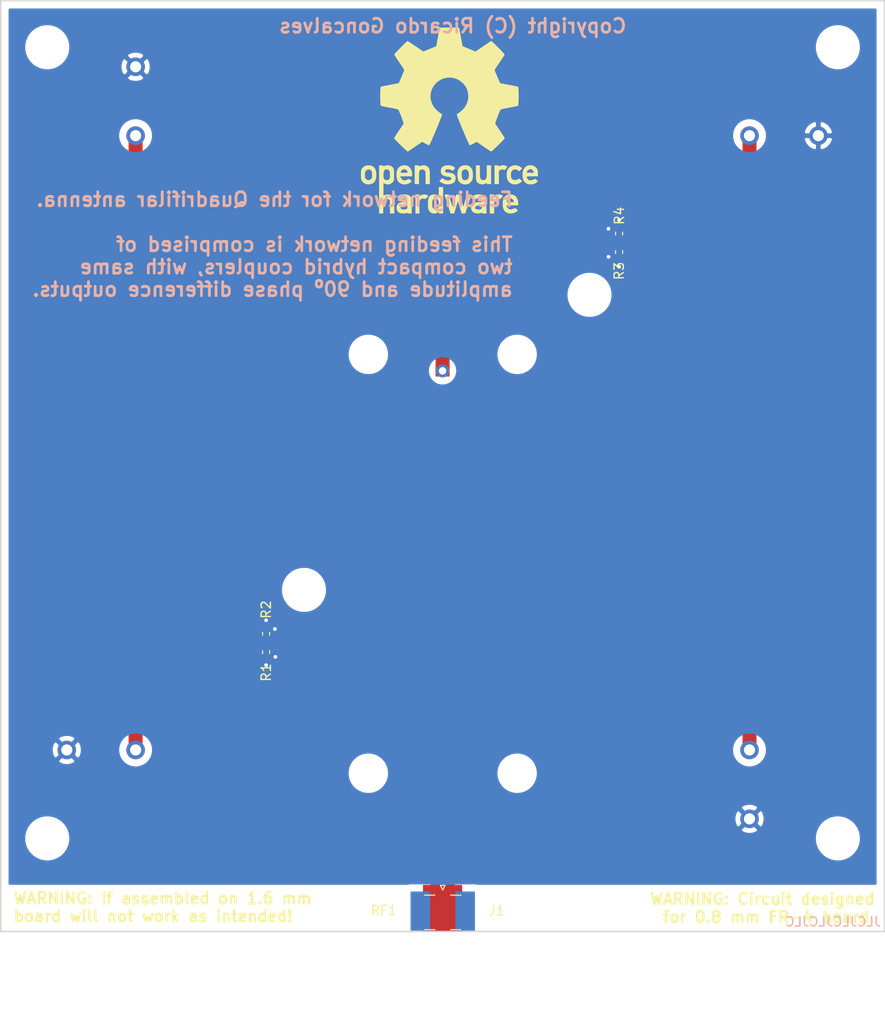
<source format=kicad_pcb>
(kicad_pcb (version 20171130) (host pcbnew "(5.1.9)-1")

  (general
    (thickness 0.8)
    (drawings 9)
    (tracks 28)
    (zones 0)
    (modules 17)
    (nets 10)
  )

  (page A4)
  (title_block
    (title "Quadrifilar antenna for UHF RFID - Part B")
    (rev 1.0)
    (company "The antenna guy")
  )

  (layers
    (0 F.Cu signal)
    (31 B.Cu signal)
    (32 B.Adhes user)
    (33 F.Adhes user)
    (34 B.Paste user)
    (35 F.Paste user)
    (36 B.SilkS user)
    (37 F.SilkS user)
    (38 B.Mask user)
    (39 F.Mask user)
    (40 Dwgs.User user)
    (41 Cmts.User user)
    (42 Eco1.User user)
    (43 Eco2.User user)
    (44 Edge.Cuts user)
    (45 Margin user)
    (46 B.CrtYd user hide)
    (47 F.CrtYd user hide)
    (48 B.Fab user hide)
    (49 F.Fab user hide)
  )

  (setup
    (last_trace_width 0.25)
    (trace_clearance 0.2)
    (zone_clearance 0.762)
    (zone_45_only yes)
    (trace_min 0.2)
    (via_size 0.8)
    (via_drill 0.4)
    (via_min_size 0.4)
    (via_min_drill 0.3)
    (user_via 2 1.2)
    (uvia_size 0.3)
    (uvia_drill 0.1)
    (uvias_allowed no)
    (uvia_min_size 0.2)
    (uvia_min_drill 0.1)
    (edge_width 0.05)
    (segment_width 0.2)
    (pcb_text_width 0.3)
    (pcb_text_size 1.5 1.5)
    (mod_edge_width 0.12)
    (mod_text_size 1 1)
    (mod_text_width 0.15)
    (pad_size 1.524 1.524)
    (pad_drill 0.762)
    (pad_to_mask_clearance 0)
    (aux_axis_origin 0 0)
    (visible_elements 7FFFFFFF)
    (pcbplotparams
      (layerselection 0x010fc_ffffffff)
      (usegerberextensions false)
      (usegerberattributes true)
      (usegerberadvancedattributes true)
      (creategerberjobfile true)
      (excludeedgelayer true)
      (linewidth 0.100000)
      (plotframeref false)
      (viasonmask false)
      (mode 1)
      (useauxorigin false)
      (hpglpennumber 1)
      (hpglpenspeed 20)
      (hpglpendiameter 15.000000)
      (psnegative false)
      (psa4output false)
      (plotreference true)
      (plotvalue true)
      (plotinvisibletext false)
      (padsonsilk false)
      (subtractmaskfromsilk false)
      (outputformat 1)
      (mirror false)
      (drillshape 1)
      (scaleselection 1)
      (outputdirectory ""))
  )

  (net 0 "")
  (net 1 "Net-(J1-Pad1)")
  (net 2 GND)
  (net 3 "Net-(R1-Pad2)")
  (net 4 "Net-(R3-Pad1)")
  (net 5 "Net-(RF1-Pad7)")
  (net 6 "Net-(RF1-Pad6)")
  (net 7 "Net-(RF1-Pad5)")
  (net 8 "Net-(RF1-Pad4)")
  (net 9 "Net-(J1-Pad2)")

  (net_class Default "This is the default net class."
    (clearance 0.2)
    (trace_width 0.25)
    (via_dia 0.8)
    (via_drill 0.4)
    (uvia_dia 0.3)
    (uvia_drill 0.1)
    (add_net GND)
    (add_net "Net-(J1-Pad1)")
    (add_net "Net-(J1-Pad2)")
    (add_net "Net-(R1-Pad2)")
    (add_net "Net-(R3-Pad1)")
    (add_net "Net-(RF1-Pad4)")
    (add_net "Net-(RF1-Pad5)")
    (add_net "Net-(RF1-Pad6)")
    (add_net "Net-(RF1-Pad7)")
  )

  (module MountingHole:MountingHole_3.2mm_M3 (layer F.Cu) (tedit 56D1B4CB) (tstamp 604B355E)
    (at 162.022 59.016)
    (descr "Mounting Hole 3.2mm, no annular, M3")
    (tags "mounting hole 3.2mm no annular m3")
    (attr virtual)
    (fp_text reference " " (at 0 -4.2) (layer F.SilkS)
      (effects (font (size 1 1) (thickness 0.15)))
    )
    (fp_text value MountingHole_3.2mm_M3 (at 0 4.2) (layer F.Fab)
      (effects (font (size 1 1) (thickness 0.15)))
    )
    (fp_text user %R (at 0.3 0) (layer F.Fab)
      (effects (font (size 1 1) (thickness 0.15)))
    )
    (fp_circle (center 0 0) (end 3.2 0) (layer Cmts.User) (width 0.15))
    (fp_circle (center 0 0) (end 3.45 0) (layer F.CrtYd) (width 0.05))
    (pad 1 np_thru_hole circle (at 0 0) (size 3.2 3.2) (drill 3.2) (layers *.Cu *.Mask))
  )

  (module MountingHole:MountingHole_3.2mm_M3 (layer F.Cu) (tedit 56D1B4CB) (tstamp 604B353A)
    (at 131.322 90.716)
    (descr "Mounting Hole 3.2mm, no annular, M3")
    (tags "mounting hole 3.2mm no annular m3")
    (attr virtual)
    (fp_text reference " " (at 0 -4.2) (layer F.SilkS)
      (effects (font (size 1 1) (thickness 0.15)))
    )
    (fp_text value MountingHole_3.2mm_M3 (at 0 4.2) (layer F.Fab)
      (effects (font (size 1 1) (thickness 0.15)))
    )
    (fp_text user %R (at 0.3 0) (layer F.Fab)
      (effects (font (size 1 1) (thickness 0.15)))
    )
    (fp_circle (center 0 0) (end 3.2 0) (layer Cmts.User) (width 0.15))
    (fp_circle (center 0 0) (end 3.45 0) (layer F.CrtYd) (width 0.05))
    (pad 1 np_thru_hole circle (at 0 0) (size 3.2 3.2) (drill 3.2) (layers *.Cu *.Mask))
  )

  (module MountingHole:MountingHole_2.7mm_M2.5 (layer F.Cu) (tedit 56D1B4CB) (tstamp 604B3458)
    (at 154.2405 65.416)
    (descr "Mounting Hole 2.7mm, no annular, M2.5")
    (tags "mounting hole 2.7mm no annular m2.5")
    (attr virtual)
    (fp_text reference " " (at 0 -3.7) (layer F.SilkS)
      (effects (font (size 1 1) (thickness 0.15)))
    )
    (fp_text value MountingHole_2.7mm_M2.5 (at 0 3.7) (layer F.Fab)
      (effects (font (size 1 1) (thickness 0.15)))
    )
    (fp_text user %R (at 0.3 0) (layer F.Fab)
      (effects (font (size 1 1) (thickness 0.15)))
    )
    (fp_circle (center 0 0) (end 2.7 0) (layer Cmts.User) (width 0.15))
    (fp_circle (center 0 0) (end 2.95 0) (layer F.CrtYd) (width 0.05))
    (pad 1 np_thru_hole circle (at 0 0) (size 2.7 2.7) (drill 2.7) (layers *.Cu *.Mask))
  )

  (module MountingHole:MountingHole_2.7mm_M2.5 (layer F.Cu) (tedit 56D1B4CB) (tstamp 604B3434)
    (at 138.2405 65.416)
    (descr "Mounting Hole 2.7mm, no annular, M2.5")
    (tags "mounting hole 2.7mm no annular m2.5")
    (attr virtual)
    (fp_text reference " " (at 0 -3.7) (layer F.SilkS)
      (effects (font (size 1 1) (thickness 0.15)))
    )
    (fp_text value MountingHole_2.7mm_M2.5 (at 0 3.7) (layer F.Fab)
      (effects (font (size 1 1) (thickness 0.15)))
    )
    (fp_text user %R (at 0.3 0) (layer F.Fab)
      (effects (font (size 1 1) (thickness 0.15)))
    )
    (fp_circle (center 0 0) (end 2.7 0) (layer Cmts.User) (width 0.15))
    (fp_circle (center 0 0) (end 2.95 0) (layer F.CrtYd) (width 0.05))
    (pad 1 np_thru_hole circle (at 0 0) (size 2.7 2.7) (drill 2.7) (layers *.Cu *.Mask))
  )

  (module MountingHole:MountingHole_2.7mm_M2.5 (layer F.Cu) (tedit 56D1B4CB) (tstamp 604B3410)
    (at 138.2405 110.416)
    (descr "Mounting Hole 2.7mm, no annular, M2.5")
    (tags "mounting hole 2.7mm no annular m2.5")
    (attr virtual)
    (fp_text reference " " (at 0 -3.7) (layer F.SilkS)
      (effects (font (size 1 1) (thickness 0.15)))
    )
    (fp_text value MountingHole_2.7mm_M2.5 (at 0 3.7) (layer F.Fab)
      (effects (font (size 1 1) (thickness 0.15)))
    )
    (fp_text user %R (at 0.3 0) (layer F.Fab)
      (effects (font (size 1 1) (thickness 0.15)))
    )
    (fp_circle (center 0 0) (end 2.7 0) (layer Cmts.User) (width 0.15))
    (fp_circle (center 0 0) (end 2.95 0) (layer F.CrtYd) (width 0.05))
    (pad 1 np_thru_hole circle (at 0 0) (size 2.7 2.7) (drill 2.7) (layers *.Cu *.Mask))
  )

  (module MountingHole:MountingHole_2.7mm_M2.5 (layer F.Cu) (tedit 56D1B4CB) (tstamp 604B33EC)
    (at 154.2405 110.416)
    (descr "Mounting Hole 2.7mm, no annular, M2.5")
    (tags "mounting hole 2.7mm no annular m2.5")
    (attr virtual)
    (fp_text reference " " (at 0 -3.7) (layer F.SilkS)
      (effects (font (size 1 1) (thickness 0.15)))
    )
    (fp_text value MountingHole_2.7mm_M2.5 (at 0 3.7) (layer F.Fab)
      (effects (font (size 1 1) (thickness 0.15)))
    )
    (fp_text user %R (at 0.3 0) (layer F.Fab)
      (effects (font (size 1 1) (thickness 0.15)))
    )
    (fp_circle (center 0 0) (end 2.7 0) (layer Cmts.User) (width 0.15))
    (fp_circle (center 0 0) (end 2.95 0) (layer F.CrtYd) (width 0.05))
    (pad 1 np_thru_hole circle (at 0 0) (size 2.7 2.7) (drill 2.7) (layers *.Cu *.Mask))
  )

  (module MountingHole:MountingHole_3.2mm_M3 (layer F.Cu) (tedit 56D1B4CB) (tstamp 604B2A9A)
    (at 103.722 117.416)
    (descr "Mounting Hole 3.2mm, no annular, M3")
    (tags "mounting hole 3.2mm no annular m3")
    (attr virtual)
    (fp_text reference " " (at 0 -4.2) (layer F.SilkS)
      (effects (font (size 1 1) (thickness 0.15)))
    )
    (fp_text value MountingHole_3.2mm_M3 (at 0 4.2) (layer F.Fab)
      (effects (font (size 1 1) (thickness 0.15)))
    )
    (fp_text user %R (at 0.3 0) (layer F.Fab)
      (effects (font (size 1 1) (thickness 0.15)))
    )
    (fp_circle (center 0 0) (end 3.2 0) (layer Cmts.User) (width 0.15))
    (fp_circle (center 0 0) (end 3.45 0) (layer F.CrtYd) (width 0.05))
    (pad 1 np_thru_hole circle (at 0 0) (size 3.2 3.2) (drill 3.2) (layers *.Cu *.Mask))
  )

  (module MountingHole:MountingHole_3.2mm_M3 (layer F.Cu) (tedit 56D1B4CB) (tstamp 604B2A76)
    (at 188.722 117.416)
    (descr "Mounting Hole 3.2mm, no annular, M3")
    (tags "mounting hole 3.2mm no annular m3")
    (attr virtual)
    (fp_text reference " " (at 0 -4.2) (layer F.SilkS)
      (effects (font (size 1 1) (thickness 0.15)))
    )
    (fp_text value MountingHole_3.2mm_M3 (at 0 4.2) (layer F.Fab)
      (effects (font (size 1 1) (thickness 0.15)))
    )
    (fp_text user %R (at 0.3 0) (layer F.Fab)
      (effects (font (size 1 1) (thickness 0.15)))
    )
    (fp_circle (center 0 0) (end 3.2 0) (layer Cmts.User) (width 0.15))
    (fp_circle (center 0 0) (end 3.45 0) (layer F.CrtYd) (width 0.05))
    (pad 1 np_thru_hole circle (at 0 0) (size 3.2 3.2) (drill 3.2) (layers *.Cu *.Mask))
  )

  (module MountingHole:MountingHole_3.2mm_M3 (layer F.Cu) (tedit 56D1B4CB) (tstamp 604B2A52)
    (at 188.722 32.416)
    (descr "Mounting Hole 3.2mm, no annular, M3")
    (tags "mounting hole 3.2mm no annular m3")
    (attr virtual)
    (fp_text reference " " (at 0 -4.2) (layer F.SilkS)
      (effects (font (size 1 1) (thickness 0.15)))
    )
    (fp_text value MountingHole_3.2mm_M3 (at 0 4.2) (layer F.Fab)
      (effects (font (size 1 1) (thickness 0.15)))
    )
    (fp_text user %R (at 0.3 0) (layer F.Fab)
      (effects (font (size 1 1) (thickness 0.15)))
    )
    (fp_circle (center 0 0) (end 3.2 0) (layer Cmts.User) (width 0.15))
    (fp_circle (center 0 0) (end 3.45 0) (layer F.CrtYd) (width 0.05))
    (pad 1 np_thru_hole circle (at 0 0) (size 3.2 3.2) (drill 3.2) (layers *.Cu *.Mask))
  )

  (module MountingHole:MountingHole_3.2mm_M3 (layer F.Cu) (tedit 56D1B4CB) (tstamp 604B2A2E)
    (at 103.722 32.416)
    (descr "Mounting Hole 3.2mm, no annular, M3")
    (tags "mounting hole 3.2mm no annular m3")
    (attr virtual)
    (fp_text reference " " (at 0 -4.2) (layer F.SilkS)
      (effects (font (size 1 1) (thickness 0.15)))
    )
    (fp_text value MountingHole_3.2mm_M3 (at 0 4.2) (layer F.Fab)
      (effects (font (size 1 1) (thickness 0.15)))
    )
    (fp_text user %R (at 0.3 0) (layer F.Fab)
      (effects (font (size 1 1) (thickness 0.15)))
    )
    (fp_circle (center 0 0) (end 3.2 0) (layer Cmts.User) (width 0.15))
    (fp_circle (center 0 0) (end 3.45 0) (layer F.CrtYd) (width 0.05))
    (pad 1 np_thru_hole circle (at 0 0) (size 3.2 3.2) (drill 3.2) (layers *.Cu *.Mask))
  )

  (module Symbol:OSHW-Logo_19x20mm_SilkScreen (layer F.Cu) (tedit 0) (tstamp 604B2320)
    (at 146.939 40.2844)
    (descr "Open Source Hardware Logo")
    (tags "Logo OSHW")
    (attr virtual)
    (fp_text reference REF** (at 0 0) (layer F.SilkS) hide
      (effects (font (size 1 1) (thickness 0.15)))
    )
    (fp_text value OSHW-Logo_19x20mm_SilkScreen (at 0.75 0) (layer F.Fab) hide
      (effects (font (size 1 1) (thickness 0.15)))
    )
    (fp_poly (pts (xy -6.320808 4.865166) (xy -6.233015 4.90854) (xy -6.124751 4.984122) (xy -6.045845 5.066542)
      (xy -5.991805 5.170037) (xy -5.958141 5.308843) (xy -5.940363 5.497194) (xy -5.93398 5.749328)
      (xy -5.933607 5.857724) (xy -5.934696 6.095287) (xy -5.939222 6.265068) (xy -5.949068 6.38255)
      (xy -5.966118 6.463215) (xy -5.992259 6.522545) (xy -6.019458 6.56302) (xy -6.19308 6.735225)
      (xy -6.397538 6.838806) (xy -6.618104 6.86996) (xy -6.840046 6.824885) (xy -6.91036 6.793009)
      (xy -7.078689 6.705271) (xy -7.078689 8.080172) (xy -6.955838 8.016643) (xy -6.793967 7.967491)
      (xy -6.595005 7.9549) (xy -6.396328 7.978147) (xy -6.24629 8.03037) (xy -6.121841 8.129826)
      (xy -6.015508 8.272143) (xy -6.007513 8.286755) (xy -5.973793 8.355582) (xy -5.949166 8.424956)
      (xy -5.932214 8.508996) (xy -5.921519 8.621816) (xy -5.915662 8.777533) (xy -5.913227 8.990265)
      (xy -5.912787 9.229664) (xy -5.912787 9.993443) (xy -6.37082 9.993443) (xy -6.37082 8.585108)
      (xy -6.498933 8.477308) (xy -6.632018 8.391079) (xy -6.758048 8.375401) (xy -6.884778 8.415747)
      (xy -6.952317 8.455254) (xy -7.002586 8.511527) (xy -7.038338 8.596572) (xy -7.062328 8.722394)
      (xy -7.077311 8.900998) (xy -7.08604 9.144391) (xy -7.089114 9.306394) (xy -7.099508 9.972623)
      (xy -7.318115 9.985209) (xy -7.536721 9.997795) (xy -7.536721 5.863464) (xy -7.078689 5.863464)
      (xy -7.067011 6.093953) (xy -7.027662 6.25395) (xy -6.954166 6.353497) (xy -6.840049 6.402639)
      (xy -6.724754 6.412459) (xy -6.594238 6.401175) (xy -6.507617 6.356764) (xy -6.453451 6.298081)
      (xy -6.41081 6.234962) (xy -6.385426 6.164645) (xy -6.374131 6.066123) (xy -6.37376 5.918387)
      (xy -6.37756 5.794683) (xy -6.386288 5.608328) (xy -6.39928 5.485982) (xy -6.421159 5.408377)
      (xy -6.456546 5.356245) (xy -6.489941 5.326111) (xy -6.629475 5.260399) (xy -6.794619 5.249787)
      (xy -6.889446 5.272423) (xy -6.983334 5.352881) (xy -7.045526 5.509392) (xy -7.075669 5.740852)
      (xy -7.078689 5.863464) (xy -7.536721 5.863464) (xy -7.536721 4.830164) (xy -7.307705 4.830164)
      (xy -7.170206 4.835602) (xy -7.099267 4.854909) (xy -7.078697 4.892576) (xy -7.078689 4.893692)
      (xy -7.069145 4.930581) (xy -7.027051 4.926393) (xy -6.943361 4.885859) (xy -6.748354 4.82385)
      (xy -6.528954 4.817332) (xy -6.320808 4.865166)) (layer F.SilkS) (width 0.01))
    (fp_poly (pts (xy -4.583779 7.969247) (xy -4.387889 8.021514) (xy -4.238767 8.116253) (xy -4.133535 8.240338)
      (xy -4.100821 8.293296) (xy -4.076669 8.348768) (xy -4.059784 8.41973) (xy -4.048873 8.519154)
      (xy -4.04264 8.660016) (xy -4.039791 8.855289) (xy -4.039032 9.117948) (xy -4.039016 9.187633)
      (xy -4.039016 9.993443) (xy -4.238885 9.993443) (xy -4.36637 9.984515) (xy -4.460634 9.961896)
      (xy -4.484251 9.947946) (xy -4.548815 9.92387) (xy -4.614759 9.947946) (xy -4.723332 9.978003)
      (xy -4.881042 9.9901) (xy -5.055844 9.984851) (xy -5.215693 9.962869) (xy -5.309016 9.934663)
      (xy -5.489609 9.818731) (xy -5.60247 9.657847) (xy -5.653209 9.443936) (xy -5.65368 9.438443)
      (xy -5.649227 9.343547) (xy -5.246557 9.343547) (xy -5.211354 9.451484) (xy -5.154014 9.512229)
      (xy -5.038913 9.558172) (xy -4.886986 9.576512) (xy -4.732061 9.567485) (xy -4.607964 9.531332)
      (xy -4.573197 9.508137) (xy -4.512444 9.40096) (xy -4.497049 9.27912) (xy -4.497049 9.119017)
      (xy -4.727403 9.119017) (xy -4.946241 9.135863) (xy -5.112137 9.183593) (xy -5.215338 9.257986)
      (xy -5.246557 9.343547) (xy -5.649227 9.343547) (xy -5.642713 9.204731) (xy -5.565631 9.019946)
      (xy -5.420714 8.880206) (xy -5.400683 8.867495) (xy -5.31461 8.826105) (xy -5.208073 8.801041)
      (xy -5.059141 8.788858) (xy -4.882213 8.786057) (xy -4.497049 8.785902) (xy -4.497049 8.624443)
      (xy -4.513387 8.499168) (xy -4.555078 8.415241) (xy -4.559959 8.410773) (xy -4.652736 8.374059)
      (xy -4.792784 8.359828) (xy -4.947555 8.366821) (xy -5.084499 8.39378) (xy -5.165759 8.434212)
      (xy -5.20979 8.466601) (xy -5.256285 8.472784) (xy -5.320451 8.446248) (xy -5.417495 8.380479)
      (xy -5.562626 8.268963) (xy -5.575947 8.258516) (xy -5.569121 8.219862) (xy -5.512178 8.155572)
      (xy -5.42563 8.084131) (xy -5.329992 8.024021) (xy -5.299944 8.009827) (xy -5.190341 7.981503)
      (xy -5.029735 7.9613) (xy -4.850302 7.953196) (xy -4.841911 7.95318) (xy -4.583779 7.969247)) (layer F.SilkS) (width 0.01))
    (fp_poly (pts (xy -3.289475 7.95754) (xy -3.227163 7.976218) (xy -3.207075 8.017255) (xy -3.20623 8.035782)
      (xy -3.202625 8.087383) (xy -3.1778 8.095484) (xy -3.110737 8.060108) (xy -3.070902 8.035937)
      (xy -2.945227 7.984175) (xy -2.795123 7.958581) (xy -2.637737 7.956613) (xy -2.490214 7.975729)
      (xy -2.3697 8.013387) (xy -2.29334 8.067044) (xy -2.278281 8.134158) (xy -2.285881 8.152333)
      (xy -2.341282 8.227777) (xy -2.42719 8.320568) (xy -2.442728 8.335568) (xy -2.524612 8.40454)
      (xy -2.595263 8.426825) (xy -2.694068 8.411272) (xy -2.733652 8.400938) (xy -2.856828 8.376116)
      (xy -2.943436 8.387278) (xy -3.016576 8.426646) (xy -3.083574 8.479479) (xy -3.132918 8.545924)
      (xy -3.167209 8.638652) (xy -3.189048 8.770334) (xy -3.201034 8.953641) (xy -3.205769 9.201246)
      (xy -3.20623 9.350744) (xy -3.20623 9.993443) (xy -3.622623 9.993443) (xy -3.622623 7.953115)
      (xy -3.414426 7.953115) (xy -3.289475 7.95754)) (layer F.SilkS) (width 0.01))
    (fp_poly (pts (xy -0.66623 9.993443) (xy -0.895246 9.993443) (xy -1.028175 9.989546) (xy -1.097405 9.973407)
      (xy -1.122332 9.938354) (xy -1.124262 9.914653) (xy -1.128466 9.867123) (xy -1.154974 9.858008)
      (xy -1.224633 9.887308) (xy -1.278804 9.914653) (xy -1.486777 9.979451) (xy -1.712853 9.983201)
      (xy -1.896655 9.934873) (xy -2.067813 9.818118) (xy -2.198284 9.645781) (xy -2.269727 9.442506)
      (xy -2.271546 9.431141) (xy -2.282161 9.307136) (xy -2.28744 9.129117) (xy -2.287016 8.99448)
      (xy -1.832172 8.99448) (xy -1.821635 9.173428) (xy -1.797666 9.320924) (xy -1.765217 9.404217)
      (xy -1.642456 9.518041) (xy -1.496701 9.558845) (xy -1.346393 9.525848) (xy -1.217951 9.427422)
      (xy -1.169308 9.361224) (xy -1.140866 9.282231) (xy -1.127544 9.166926) (xy -1.124262 8.993736)
      (xy -1.130135 8.822229) (xy -1.145647 8.67154) (xy -1.167638 8.570698) (xy -1.171303 8.561659)
      (xy -1.259988 8.454195) (xy -1.389428 8.395195) (xy -1.534257 8.385669) (xy -1.669109 8.426626)
      (xy -1.768617 8.519076) (xy -1.77894 8.537473) (xy -1.81125 8.649646) (xy -1.828852 8.810934)
      (xy -1.832172 8.99448) (xy -2.287016 8.99448) (xy -2.2868 8.926212) (xy -2.283806 8.81701)
      (xy -2.263442 8.546856) (xy -2.221117 8.344024) (xy -2.150706 8.194077) (xy -2.046088 8.082579)
      (xy -1.944521 8.017127) (xy -1.802616 7.971117) (xy -1.626121 7.955336) (xy -1.445393 7.96819)
      (xy -1.290787 8.008081) (xy -1.209101 8.055801) (xy -1.124262 8.132579) (xy -1.124262 7.161967)
      (xy -0.66623 7.161967) (xy -0.66623 9.993443)) (layer F.SilkS) (width 0.01))
    (fp_poly (pts (xy 1.096942 7.973935) (xy 1.312248 8.619344) (xy 1.527555 9.264754) (xy 1.595064 9.035738)
      (xy 1.635691 8.894204) (xy 1.689133 8.702936) (xy 1.746842 8.492693) (xy 1.777355 8.379918)
      (xy 1.892136 7.953115) (xy 2.365687 7.953115) (xy 2.224139 8.400738) (xy 2.154433 8.620903)
      (xy 2.070223 8.886471) (xy 1.982281 9.163492) (xy 1.903772 9.410492) (xy 1.724952 9.972623)
      (xy 1.531882 9.985185) (xy 1.338811 9.997746) (xy 1.234118 9.65207) (xy 1.169553 9.437335)
      (xy 1.099092 9.200604) (xy 1.037511 8.991526) (xy 1.035081 8.983205) (xy 0.989085 8.841537)
      (xy 0.948503 8.744874) (xy 0.92008 8.708321) (xy 0.914239 8.712549) (xy 0.893738 8.769217)
      (xy 0.854785 8.890605) (xy 0.802122 9.061448) (xy 0.740491 9.266482) (xy 0.707143 9.379262)
      (xy 0.526546 9.993443) (xy 0.143267 9.993443) (xy -0.163133 9.025328) (xy -0.249209 8.753759)
      (xy -0.32762 8.507138) (xy -0.394661 8.297048) (xy -0.446631 8.135076) (xy -0.479826 8.032808)
      (xy -0.489916 8.002928) (xy -0.481928 7.972334) (xy -0.419208 7.958935) (xy -0.288685 7.960275)
      (xy -0.268253 7.961288) (xy -0.026208 7.973935) (xy 0.132317 8.556885) (xy 0.190585 8.769486)
      (xy 0.242655 8.956377) (xy 0.283944 9.101331) (xy 0.309866 9.18812) (xy 0.314656 9.202269)
      (xy 0.334504 9.185998) (xy 0.37453 9.101697) (xy 0.430138 8.960842) (xy 0.496731 8.774911)
      (xy 0.553024 8.606956) (xy 0.767578 7.949209) (xy 1.096942 7.973935)) (layer F.SilkS) (width 0.01))
    (fp_poly (pts (xy 3.43867 7.96548) (xy 3.614179 8.008109) (xy 3.664912 8.030693) (xy 3.763254 8.089847)
      (xy 3.838727 8.156472) (xy 3.894571 8.242135) (xy 3.934026 8.358405) (xy 3.960332 8.516848)
      (xy 3.976729 8.729034) (xy 3.986457 9.006529) (xy 3.990151 9.191885) (xy 4.003745 9.993443)
      (xy 3.771544 9.993443) (xy 3.630677 9.987536) (xy 3.558102 9.96735) (xy 3.539344 9.933453)
      (xy 3.529441 9.896799) (xy 3.485166 9.903807) (xy 3.424836 9.933197) (xy 3.273803 9.978246)
      (xy 3.079693 9.990385) (xy 2.875531 9.970529) (xy 2.69434 9.919592) (xy 2.678089 9.912522)
      (xy 2.512491 9.796188) (xy 2.403324 9.634467) (xy 2.353091 9.44543) (xy 2.356928 9.377515)
      (xy 2.766763 9.377515) (xy 2.802875 9.468914) (xy 2.909942 9.534411) (xy 3.082684 9.569563)
      (xy 3.175 9.574231) (xy 3.32885 9.562282) (xy 3.431115 9.515844) (xy 3.456066 9.493771)
      (xy 3.523661 9.373681) (xy 3.539344 9.264754) (xy 3.539344 9.119017) (xy 3.336352 9.119017)
      (xy 3.100387 9.131043) (xy 2.934881 9.168871) (xy 2.830305 9.235121) (xy 2.806891 9.264656)
      (xy 2.766763 9.377515) (xy 2.356928 9.377515) (xy 2.364295 9.247148) (xy 2.43944 9.057692)
      (xy 2.541968 8.929656) (xy 2.604065 8.874302) (xy 2.664855 8.837924) (xy 2.743952 8.815744)
      (xy 2.860971 8.802982) (xy 3.035527 8.794857) (xy 3.104763 8.792521) (xy 3.539344 8.778321)
      (xy 3.538707 8.646784) (xy 3.521876 8.508519) (xy 3.461026 8.424917) (xy 3.338095 8.371507)
      (xy 3.334797 8.370555) (xy 3.160504 8.349555) (xy 2.989952 8.376985) (xy 2.8632 8.443689)
      (xy 2.812342 8.476625) (xy 2.757565 8.472068) (xy 2.673272 8.424349) (xy 2.623773 8.390671)
      (xy 2.526955 8.318716) (xy 2.466982 8.264779) (xy 2.457359 8.249337) (xy 2.496985 8.169424)
      (xy 2.614064 8.073989) (xy 2.664918 8.041789) (xy 2.811113 7.986332) (xy 3.008137 7.954913)
      (xy 3.226989 7.947855) (xy 3.43867 7.96548)) (layer F.SilkS) (width 0.01))
    (fp_poly (pts (xy 5.415107 7.95246) (xy 5.575182 7.984017) (xy 5.666312 8.030743) (xy 5.762179 8.10837)
      (xy 5.625787 8.280579) (xy 5.541694 8.384867) (xy 5.484592 8.435746) (xy 5.427844 8.443519)
      (xy 5.344811 8.418488) (xy 5.305833 8.404327) (xy 5.146926 8.383433) (xy 5.001399 8.42822)
      (xy 4.89456 8.529399) (xy 4.877205 8.561659) (xy 4.858303 8.647115) (xy 4.843716 8.804606)
      (xy 4.834126 9.022969) (xy 4.830219 9.291038) (xy 4.830164 9.329172) (xy 4.830164 9.993443)
      (xy 4.372131 9.993443) (xy 4.372131 7.953115) (xy 4.601148 7.953115) (xy 4.733199 7.956563)
      (xy 4.801992 7.971907) (xy 4.82743 8.006648) (xy 4.830164 8.039416) (xy 4.830164 8.125717)
      (xy 4.939878 8.039416) (xy 5.06568 7.980538) (xy 5.234681 7.951426) (xy 5.415107 7.95246)) (layer F.SilkS) (width 0.01))
    (fp_poly (pts (xy 6.730842 7.963999) (xy 6.929876 8.015746) (xy 7.096561 8.122544) (xy 7.177269 8.202326)
      (xy 7.309568 8.390931) (xy 7.38539 8.60972) (xy 7.411438 8.878668) (xy 7.411571 8.90041)
      (xy 7.411803 9.119017) (xy 6.153595 9.119017) (xy 6.180415 9.233525) (xy 6.228841 9.337232)
      (xy 6.313596 9.44529) (xy 6.331323 9.462541) (xy 6.48368 9.555904) (xy 6.657424 9.571738)
      (xy 6.857411 9.510313) (xy 6.891311 9.493771) (xy 6.995288 9.443484) (xy 7.064931 9.414834)
      (xy 7.077083 9.412184) (xy 7.119501 9.437913) (xy 7.200399 9.500861) (xy 7.241465 9.535259)
      (xy 7.32656 9.614276) (xy 7.354503 9.666451) (xy 7.33511 9.714446) (xy 7.324743 9.72757)
      (xy 7.254531 9.785008) (xy 7.138674 9.854813) (xy 7.057869 9.895564) (xy 6.828501 9.967362)
      (xy 6.574564 9.990625) (xy 6.334074 9.963059) (xy 6.266721 9.943321) (xy 6.058262 9.831612)
      (xy 5.903746 9.659721) (xy 5.802278 9.425979) (xy 5.752965 9.128716) (xy 5.747551 8.973279)
      (xy 5.763359 8.746973) (xy 6.162623 8.746973) (xy 6.20124 8.763702) (xy 6.305042 8.776829)
      (xy 6.455956 8.784575) (xy 6.558197 8.785902) (xy 6.742101 8.784623) (xy 6.858174 8.778638)
      (xy 6.921852 8.764724) (xy 6.948567 8.739655) (xy 6.95377 8.70328) (xy 6.918073 8.591229)
      (xy 6.828196 8.480488) (xy 6.709966 8.395489) (xy 6.59169 8.360718) (xy 6.431044 8.391563)
      (xy 6.291978 8.480732) (xy 6.195557 8.609263) (xy 6.162623 8.746973) (xy 5.763359 8.746973)
      (xy 5.770572 8.643733) (xy 5.841624 8.381175) (xy 5.96221 8.183525) (xy 6.133834 8.048702)
      (xy 6.357998 7.974626) (xy 6.479438 7.96036) (xy 6.730842 7.963999)) (layer F.SilkS) (width 0.01))
    (fp_poly (pts (xy -8.40539 4.851802) (xy -8.187553 4.948108) (xy -8.022184 5.108919) (xy -7.909043 5.334482)
      (xy -7.847888 5.625042) (xy -7.843505 5.670408) (xy -7.84007 5.990256) (xy -7.884602 6.270614)
      (xy -7.974391 6.497847) (xy -8.022471 6.570941) (xy -8.189945 6.725643) (xy -8.403232 6.825838)
      (xy -8.641846 6.867418) (xy -8.885303 6.846272) (xy -9.07037 6.781145) (xy -9.229521 6.671393)
      (xy -9.359596 6.527496) (xy -9.361846 6.52413) (xy -9.41467 6.435314) (xy -9.448999 6.346005)
      (xy -9.469788 6.233294) (xy -9.481991 6.074273) (xy -9.487367 5.943868) (xy -9.489605 5.825611)
      (xy -9.073294 5.825611) (xy -9.069225 5.943335) (xy -9.054455 6.100049) (xy -9.028398 6.200621)
      (xy -8.981407 6.272173) (xy -8.937397 6.313971) (xy -8.781377 6.401484) (xy -8.618131 6.413179)
      (xy -8.466096 6.350212) (xy -8.39008 6.279653) (xy -8.335303 6.20855) (xy -8.303263 6.140512)
      (xy -8.2892 6.051967) (xy -8.288358 5.919339) (xy -8.292691 5.797195) (xy -8.302011 5.62271)
      (xy -8.316788 5.509538) (xy -8.34342 5.435721) (xy -8.388309 5.379298) (xy -8.42388 5.34705)
      (xy -8.572671 5.26234) (xy -8.733187 5.258117) (xy -8.86778 5.308292) (xy -8.9826 5.413075)
      (xy -9.051004 5.585198) (xy -9.073294 5.825611) (xy -9.489605 5.825611) (xy -9.492276 5.684548)
      (xy -9.483893 5.49061) (xy -9.458772 5.344745) (xy -9.413468 5.229641) (xy -9.344536 5.127986)
      (xy -9.318978 5.097802) (xy -9.159175 4.947412) (xy -8.987769 4.859566) (xy -8.778151 4.822762)
      (xy -8.675936 4.819754) (xy -8.40539 4.851802)) (layer F.SilkS) (width 0.01))
    (fp_poly (pts (xy -4.492675 4.876526) (xy -4.451181 4.896061) (xy -4.307566 5.001263) (xy -4.171764 5.154793)
      (xy -4.070362 5.323845) (xy -4.04152 5.401567) (xy -4.015206 5.540398) (xy -3.999515 5.708177)
      (xy -3.997609 5.777459) (xy -3.997377 5.996066) (xy -5.255585 5.996066) (xy -5.228766 6.110574)
      (xy -5.162934 6.246004) (xy -5.047839 6.363046) (xy -4.910913 6.438442) (xy -4.823658 6.454098)
      (xy -4.705328 6.435099) (xy -4.564149 6.387446) (xy -4.516189 6.365521) (xy -4.338829 6.276944)
      (xy -4.18747 6.392391) (xy -4.100131 6.470474) (xy -4.053658 6.534922) (xy -4.051305 6.553837)
      (xy -4.092822 6.599681) (xy -4.18381 6.669349) (xy -4.266395 6.7237) (xy -4.489249 6.821405)
      (xy -4.739087 6.865628) (xy -4.98671 6.85413) (xy -5.184098 6.794029) (xy -5.387576 6.665284)
      (xy -5.532179 6.495774) (xy -5.622639 6.276462) (xy -5.663689 5.998309) (xy -5.667329 5.871034)
      (xy -5.652761 5.579375) (xy -5.650972 5.570891) (xy -5.234059 5.570891) (xy -5.222577 5.598242)
      (xy -5.175384 5.613324) (xy -5.078049 5.619788) (xy -4.916136 5.621285) (xy -4.85379 5.621312)
      (xy -4.664103 5.619052) (xy -4.543811 5.610844) (xy -4.479116 5.59455) (xy -4.45622 5.568027)
      (xy -4.45541 5.55951) (xy -4.48154 5.491825) (xy -4.546937 5.397005) (xy -4.575052 5.363805)
      (xy -4.679426 5.269906) (xy -4.788225 5.232988) (xy -4.846843 5.229902) (xy -5.005426 5.268493)
      (xy -5.138413 5.372155) (xy -5.222772 5.522717) (xy -5.224267 5.527623) (xy -5.234059 5.570891)
      (xy -5.650972 5.570891) (xy -5.604316 5.349722) (xy -5.517045 5.165983) (xy -5.410311 5.035557)
      (xy -5.21298 4.894131) (xy -4.981015 4.818556) (xy -4.734288 4.811724) (xy -4.492675 4.876526)) (layer F.SilkS) (width 0.01))
    (fp_poly (pts (xy 0.046418 4.823003) (xy 0.2041 4.852907) (xy 0.367685 4.915452) (xy 0.385164 4.923426)
      (xy 0.509217 4.988656) (xy 0.595129 5.049274) (xy 0.622898 5.088106) (xy 0.596453 5.151437)
      (xy 0.53222 5.244881) (xy 0.503708 5.279762) (xy 0.386211 5.417066) (xy 0.234732 5.327691)
      (xy 0.09057 5.268152) (xy -0.076 5.236326) (xy -0.235738 5.234316) (xy -0.359406 5.264221)
      (xy -0.389084 5.282886) (xy -0.445602 5.368466) (xy -0.452471 5.467049) (xy -0.41018 5.544062)
      (xy -0.385164 5.558998) (xy -0.310204 5.577547) (xy -0.178439 5.599348) (xy -0.016009 5.62018)
      (xy 0.013956 5.623447) (xy 0.27484 5.668575) (xy 0.464055 5.74523) (xy 0.589543 5.860491)
      (xy 0.659243 6.021435) (xy 0.680956 6.218015) (xy 0.650961 6.441473) (xy 0.553559 6.616949)
      (xy 0.388361 6.744758) (xy 0.154977 6.825218) (xy -0.104098 6.856962) (xy -0.315367 6.85658)
      (xy -0.486735 6.827749) (xy -0.60377 6.787944) (xy -0.75165 6.718587) (xy -0.888313 6.638097)
      (xy -0.936885 6.60267) (xy -1.061803 6.500705) (xy -0.760491 6.195813) (xy -0.589204 6.309165)
      (xy -0.417406 6.3943) (xy -0.233952 6.43883) (xy -0.057603 6.443528) (xy 0.092881 6.40917)
      (xy 0.19874 6.336529) (xy 0.232921 6.275238) (xy 0.227794 6.176941) (xy 0.142857 6.101773)
      (xy -0.021657 6.049866) (xy -0.201899 6.025875) (xy -0.479291 5.980104) (xy -0.685365 5.893748)
      (xy -0.822878 5.76428) (xy -0.894587 5.589172) (xy -0.904521 5.381565) (xy -0.855452 5.164714)
      (xy -0.74358 5.000805) (xy -0.567903 4.889088) (xy -0.327419 4.828814) (xy -0.149257 4.816999)
      (xy 0.046418 4.823003)) (layer F.SilkS) (width 0.01))
    (fp_poly (pts (xy 2.022521 4.854805) (xy 2.233136 4.969505) (xy 2.397915 5.150574) (xy 2.475554 5.297838)
      (xy 2.508886 5.427907) (xy 2.530483 5.613333) (xy 2.539739 5.826939) (xy 2.536045 6.04155)
      (xy 2.518794 6.229991) (xy 2.498643 6.330637) (xy 2.430667 6.468323) (xy 2.312942 6.614566)
      (xy 2.171065 6.742452) (xy 2.030632 6.825063) (xy 2.027207 6.826373) (xy 1.852945 6.862472)
      (xy 1.646427 6.863365) (xy 1.450174 6.830501) (xy 1.374396 6.804161) (xy 1.179221 6.693484)
      (xy 1.039438 6.548478) (xy 0.947599 6.356503) (xy 0.896254 6.10492) (xy 0.884637 5.973142)
      (xy 0.886119 5.807553) (xy 1.332459 5.807553) (xy 1.347494 6.049177) (xy 1.390772 6.233303)
      (xy 1.459551 6.350949) (xy 1.50855 6.38459) (xy 1.634093 6.40805) (xy 1.783318 6.401104)
      (xy 1.912333 6.367345) (xy 1.946166 6.348772) (xy 2.035428 6.240599) (xy 2.094345 6.075051)
      (xy 2.119424 5.873581) (xy 2.107174 5.657646) (xy 2.079796 5.52769) (xy 2.001191 5.377191)
      (xy 1.877104 5.283114) (xy 1.727661 5.250587) (xy 1.572987 5.284738) (xy 1.454174 5.368273)
      (xy 1.391735 5.437193) (xy 1.355293 5.505126) (xy 1.337923 5.597064) (xy 1.332699 5.737999)
      (xy 1.332459 5.807553) (xy 0.886119 5.807553) (xy 0.887785 5.621495) (xy 0.945056 5.333134)
      (xy 1.056457 5.108049) (xy 1.221993 4.94623) (xy 1.44167 4.847666) (xy 1.488842 4.836236)
      (xy 1.772336 4.809406) (xy 2.022521 4.854805)) (layer F.SilkS) (width 0.01))
    (fp_poly (pts (xy 3.289508 5.478311) (xy 3.293444 5.783698) (xy 3.307823 6.01566) (xy 3.336504 6.183786)
      (xy 3.383348 6.297671) (xy 3.452211 6.366905) (xy 3.546954 6.40108) (xy 3.664262 6.409811)
      (xy 3.787123 6.400028) (xy 3.880444 6.364287) (xy 3.948084 6.292995) (xy 3.993901 6.176561)
      (xy 4.021755 6.005391) (xy 4.035504 5.769896) (xy 4.039016 5.478311) (xy 4.039016 4.830164)
      (xy 4.497049 4.830164) (xy 4.497049 6.828853) (xy 4.268033 6.828853) (xy 4.129971 6.823258)
      (xy 4.058878 6.803611) (xy 4.039016 6.766313) (xy 4.027054 6.733094) (xy 3.979447 6.740121)
      (xy 3.883485 6.787132) (xy 3.663548 6.859654) (xy 3.430274 6.854516) (xy 3.206755 6.775766)
      (xy 3.100313 6.713558) (xy 3.019122 6.646204) (xy 2.959808 6.561928) (xy 2.918996 6.448957)
      (xy 2.893312 6.295515) (xy 2.879381 6.089827) (xy 2.873829 5.820118) (xy 2.873115 5.611551)
      (xy 2.873115 4.830164) (xy 3.289508 4.830164) (xy 3.289508 5.478311)) (layer F.SilkS) (width 0.01))
    (fp_poly (pts (xy 7.342288 4.847602) (xy 7.583543 4.95009) (xy 7.659531 4.999981) (xy 7.756648 5.076651)
      (xy 7.817612 5.136936) (xy 7.828197 5.156571) (xy 7.798308 5.200142) (xy 7.721819 5.274077)
      (xy 7.660582 5.325679) (xy 7.492967 5.460378) (xy 7.360614 5.34901) (xy 7.258336 5.277113)
      (xy 7.15861 5.252296) (xy 7.044475 5.258357) (xy 6.863234 5.303418) (xy 6.738475 5.396949)
      (xy 6.662658 5.548154) (xy 6.62824 5.766236) (xy 6.628231 5.766373) (xy 6.631208 6.010124)
      (xy 6.677467 6.188966) (xy 6.769742 6.31073) (xy 6.83265 6.351964) (xy 6.999717 6.403311)
      (xy 7.178162 6.403342) (xy 7.333415 6.353522) (xy 7.370164 6.32918) (xy 7.46233 6.267004)
      (xy 7.534387 6.256813) (xy 7.612102 6.303092) (xy 7.698018 6.386212) (xy 7.834011 6.526521)
      (xy 7.683023 6.650978) (xy 7.44974 6.791443) (xy 7.186673 6.860666) (xy 6.91176 6.855653)
      (xy 6.731216 6.809755) (xy 6.520194 6.696249) (xy 6.351426 6.517685) (xy 6.274753 6.391639)
      (xy 6.212654 6.210791) (xy 6.181581 5.981745) (xy 6.181342 5.73351) (xy 6.211743 5.495093)
      (xy 6.272592 5.295503) (xy 6.282176 5.275039) (xy 6.424102 5.074341) (xy 6.616259 4.928217)
      (xy 6.843464 4.839698) (xy 7.090535 4.811815) (xy 7.342288 4.847602)) (layer F.SilkS) (width 0.01))
    (fp_poly (pts (xy 8.867792 4.823019) (xy 8.974414 4.848922) (xy 9.17883 4.943772) (xy 9.353625 5.088633)
      (xy 9.474597 5.26232) (xy 9.491217 5.301317) (xy 9.514016 5.403465) (xy 9.529975 5.554573)
      (xy 9.53541 5.707301) (xy 9.53541 5.996066) (xy 8.931639 5.996066) (xy 8.682619 5.997007)
      (xy 8.507189 6.002723) (xy 8.395665 6.01755) (xy 8.33836 6.045827) (xy 8.325588 6.09189)
      (xy 8.347662 6.160077) (xy 8.387205 6.239863) (xy 8.497509 6.373017) (xy 8.650792 6.439355)
      (xy 8.838141 6.437194) (xy 9.050363 6.364991) (xy 9.233773 6.275883) (xy 9.385962 6.39622)
      (xy 9.538151 6.516558) (xy 9.394974 6.648843) (xy 9.203828 6.773832) (xy 8.968753 6.849189)
      (xy 8.715898 6.870278) (xy 8.471413 6.83246) (xy 8.431967 6.819628) (xy 8.21709 6.707414)
      (xy 8.05725 6.540118) (xy 7.94908 6.312748) (xy 7.88921 6.020308) (xy 7.888513 6.01404)
      (xy 7.883152 5.695332) (xy 7.904823 5.581632) (xy 8.327869 5.581632) (xy 8.366722 5.599116)
      (xy 8.472205 5.612508) (xy 8.627707 5.620155) (xy 8.726249 5.621312) (xy 8.910013 5.620588)
      (xy 9.024914 5.615983) (xy 9.085366 5.603848) (xy 9.105783 5.58053) (xy 9.100581 5.542382)
      (xy 9.096217 5.527623) (xy 9.021724 5.388944) (xy 8.904566 5.277179) (xy 8.801173 5.228066)
      (xy 8.663816 5.231032) (xy 8.524629 5.292278) (xy 8.407874 5.393683) (xy 8.33781 5.517122)
      (xy 8.327869 5.581632) (xy 7.904823 5.581632) (xy 7.936579 5.41502) (xy 8.042572 5.17978)
      (xy 8.194911 4.996284) (xy 8.387374 4.871209) (xy 8.613742 4.811229) (xy 8.867792 4.823019)) (layer F.SilkS) (width 0.01))
    (fp_poly (pts (xy -2.496892 4.864563) (xy -2.39326 4.914062) (xy -2.292894 4.985561) (xy -2.216432 5.067853)
      (xy -2.160738 5.172811) (xy -2.122677 5.312313) (xy -2.099115 5.498233) (xy -2.086915 5.742448)
      (xy -2.082944 6.056833) (xy -2.082882 6.089754) (xy -2.081967 6.828853) (xy -2.54 6.828853)
      (xy -2.54 6.147481) (xy -2.540326 5.89505) (xy -2.542581 5.712093) (xy -2.548681 5.584807)
      (xy -2.560541 5.499386) (xy -2.580076 5.442026) (xy -2.609203 5.398924) (xy -2.649776 5.356334)
      (xy -2.791731 5.264824) (xy -2.946694 5.247843) (xy -3.094323 5.305701) (xy -3.145663 5.348763)
      (xy -3.183353 5.389249) (xy -3.210413 5.432607) (xy -3.228603 5.492463) (xy -3.239684 5.582441)
      (xy -3.245414 5.716168) (xy -3.247556 5.90727) (xy -3.247869 6.139911) (xy -3.247869 6.828853)
      (xy -3.705902 6.828853) (xy -3.705902 4.830164) (xy -3.476885 4.830164) (xy -3.339386 4.835602)
      (xy -3.268447 4.854909) (xy -3.247878 4.892576) (xy -3.247869 4.893692) (xy -3.238325 4.930581)
      (xy -3.196233 4.926395) (xy -3.112541 4.885861) (xy -2.922727 4.826224) (xy -2.705599 4.819591)
      (xy -2.496892 4.864563)) (layer F.SilkS) (width 0.01))
    (fp_poly (pts (xy 5.958869 4.828231) (xy 6.102092 4.871989) (xy 6.194306 4.92728) (xy 6.224344 4.971004)
      (xy 6.216076 5.022834) (xy 6.162427 5.104259) (xy 6.117063 5.161927) (xy 6.023546 5.266182)
      (xy 5.953287 5.310045) (xy 5.893393 5.307182) (xy 5.71572 5.261967) (xy 5.585234 5.26402)
      (xy 5.479273 5.315261) (xy 5.4437 5.345252) (xy 5.329836 5.450778) (xy 5.329836 6.828853)
      (xy 4.871803 6.828853) (xy 4.871803 4.830164) (xy 5.10082 4.830164) (xy 5.238318 4.835602)
      (xy 5.309258 4.854909) (xy 5.329827 4.892576) (xy 5.329836 4.893692) (xy 5.33955 4.933146)
      (xy 5.383478 4.928) (xy 5.444344 4.899536) (xy 5.570054 4.846569) (xy 5.672134 4.814703)
      (xy 5.80348 4.806533) (xy 5.958869 4.828231)) (layer F.SilkS) (width 0.01))
    (fp_poly (pts (xy 1.248305 -8.97404) (xy 1.436557 -7.975458) (xy 2.131183 -7.689111) (xy 2.825808 -7.402763)
      (xy 3.659128 -7.969414) (xy 3.892501 -8.127189) (xy 4.103457 -8.268061) (xy 4.282153 -8.385599)
      (xy 4.418744 -8.473371) (xy 4.503386 -8.524945) (xy 4.526437 -8.536065) (xy 4.567963 -8.507465)
      (xy 4.656698 -8.428396) (xy 4.782697 -8.308959) (xy 4.936014 -8.159256) (xy 5.106702 -7.989385)
      (xy 5.284814 -7.809449) (xy 5.460406 -7.629546) (xy 5.62353 -7.459778) (xy 5.764241 -7.310246)
      (xy 5.872592 -7.191048) (xy 5.938637 -7.112287) (xy 5.954426 -7.085928) (xy 5.931703 -7.037334)
      (xy 5.867999 -6.930874) (xy 5.770013 -6.776961) (xy 5.644441 -6.586009) (xy 5.497982 -6.368431)
      (xy 5.413115 -6.244329) (xy 5.258426 -6.017721) (xy 5.12097 -5.81323) (xy 5.007414 -5.641035)
      (xy 4.924428 -5.511315) (xy 4.878678 -5.434249) (xy 4.871803 -5.418053) (xy 4.887388 -5.372025)
      (xy 4.929868 -5.26475) (xy 4.992835 -5.111313) (xy 5.069879 -4.926794) (xy 5.15459 -4.726279)
      (xy 5.240558 -4.524848) (xy 5.321373 -4.337585) (xy 5.390627 -4.179572) (xy 5.441908 -4.065893)
      (xy 5.468809 -4.01163) (xy 5.470396 -4.009494) (xy 5.512635 -3.999133) (xy 5.625126 -3.976018)
      (xy 5.796209 -3.942421) (xy 6.014223 -3.900615) (xy 6.267509 -3.852873) (xy 6.415288 -3.825341)
      (xy 6.685938 -3.77381) (xy 6.930397 -3.724775) (xy 7.1363 -3.680919) (xy 7.291277 -3.644926)
      (xy 7.382962 -3.619479) (xy 7.401393 -3.611405) (xy 7.419445 -3.556758) (xy 7.43401 -3.433338)
      (xy 7.445098 -3.255577) (xy 7.452719 -3.037909) (xy 7.456884 -2.794765) (xy 7.457602 -2.540577)
      (xy 7.454882 -2.28978) (xy 7.448735 -2.056804) (xy 7.439171 -1.856082) (xy 7.426199 -1.702046)
      (xy 7.409829 -1.60913) (xy 7.400011 -1.589787) (xy 7.341323 -1.566602) (xy 7.216966 -1.533456)
      (xy 7.04339 -1.494242) (xy 6.837042 -1.452855) (xy 6.765011 -1.439466) (xy 6.417719 -1.375853)
      (xy 6.143383 -1.324622) (xy 5.932939 -1.283739) (xy 5.777322 -1.251166) (xy 5.667467 -1.224868)
      (xy 5.594311 -1.202808) (xy 5.548787 -1.182951) (xy 5.521833 -1.163259) (xy 5.518061 -1.159368)
      (xy 5.480415 -1.096676) (xy 5.422986 -0.974669) (xy 5.351508 -0.808288) (xy 5.271715 -0.612471)
      (xy 5.189343 -0.40216) (xy 5.110125 -0.192292) (xy 5.039796 0.002191) (xy 4.984089 0.16635)
      (xy 4.948741 0.285245) (xy 4.939484 0.343936) (xy 4.940256 0.345992) (xy 4.97162 0.393964)
      (xy 5.042774 0.499516) (xy 5.14624 0.65166) (xy 5.27454 0.83941) (xy 5.420199 1.05178)
      (xy 5.46168 1.11213) (xy 5.609587 1.330929) (xy 5.739739 1.530562) (xy 5.845045 1.699565)
      (xy 5.918416 1.826475) (xy 5.952763 1.899829) (xy 5.954426 1.908841) (xy 5.925569 1.956207)
      (xy 5.845831 2.050042) (xy 5.725462 2.180261) (xy 5.574713 2.336779) (xy 5.403836 2.50951)
      (xy 5.223079 2.688371) (xy 5.042694 2.863276) (xy 4.872932 3.02414) (xy 4.724042 3.160878)
      (xy 4.606276 3.263407) (xy 4.529883 3.32164) (xy 4.50875 3.331148) (xy 4.45956 3.308754)
      (xy 4.358847 3.248356) (xy 4.223017 3.160129) (xy 4.11851 3.089115) (xy 3.929149 2.958811)
      (xy 3.704899 2.805384) (xy 3.479964 2.652201) (xy 3.359032 2.570218) (xy 2.949704 2.293353)
      (xy 2.606102 2.479136) (xy 2.449565 2.560523) (xy 2.316454 2.623784) (xy 2.226389 2.659865)
      (xy 2.203463 2.664885) (xy 2.175895 2.627817) (xy 2.121508 2.523069) (xy 2.044363 2.360303)
      (xy 1.948518 2.149181) (xy 1.838034 1.899365) (xy 1.716971 1.620517) (xy 1.589389 1.322299)
      (xy 1.459347 1.014374) (xy 1.330906 0.706404) (xy 1.208126 0.40805) (xy 1.095067 0.128975)
      (xy 0.995788 -0.121159) (xy 0.914349 -0.33269) (xy 0.854811 -0.495957) (xy 0.821234 -0.601295)
      (xy 0.815834 -0.637473) (xy 0.858634 -0.683619) (xy 0.952344 -0.758528) (xy 1.077373 -0.846636)
      (xy 1.087867 -0.853606) (xy 1.41102 -1.112279) (xy 1.671587 -1.414062) (xy 1.86731 -1.749305)
      (xy 1.995932 -2.108358) (xy 2.055195 -2.481574) (xy 2.042839 -2.8593) (xy 1.956607 -3.231889)
      (xy 1.794241 -3.58969) (xy 1.746472 -3.667973) (xy 1.498009 -3.984081) (xy 1.204481 -4.237921)
      (xy 0.876047 -4.428173) (xy 0.522865 -4.553515) (xy 0.155095 -4.612628) (xy -0.217103 -4.604193)
      (xy -0.583571 -4.526888) (xy -0.934149 -4.379394) (xy -1.258677 -4.16039) (xy -1.359064 -4.071502)
      (xy -1.614551 -3.793256) (xy -1.800722 -3.500344) (xy -1.92843 -3.172014) (xy -1.999556 -2.846867)
      (xy -2.017114 -2.481298) (xy -1.958566 -2.113914) (xy -1.829858 -1.757134) (xy -1.636938 -1.423374)
      (xy -1.385752 -1.125053) (xy -1.082248 -0.874589) (xy -1.04236 -0.848187) (xy -0.915991 -0.761728)
      (xy -0.819927 -0.686816) (xy -0.774 -0.638985) (xy -0.773332 -0.637473) (xy -0.783192 -0.585733)
      (xy -0.822278 -0.468304) (xy -0.886528 -0.294846) (xy -0.97188 -0.075021) (xy -1.074273 0.181513)
      (xy -1.189646 0.465096) (xy -1.313937 0.766067) (xy -1.443084 1.074767) (xy -1.573026 1.381536)
      (xy -1.699702 1.676714) (xy -1.819049 1.95064) (xy -1.927006 2.193656) (xy -2.019512 2.396101)
      (xy -2.092504 2.548315) (xy -2.141923 2.640638) (xy -2.161823 2.664885) (xy -2.222634 2.646004)
      (xy -2.336418 2.595364) (xy -2.483555 2.522017) (xy -2.564462 2.479136) (xy -2.908065 2.293353)
      (xy -3.317393 2.570218) (xy -3.526346 2.712054) (xy -3.755113 2.868141) (xy -3.969491 3.015109)
      (xy -4.076871 3.089115) (xy -4.227898 3.190531) (xy -4.355782 3.270898) (xy -4.443842 3.320041)
      (xy -4.472445 3.330429) (xy -4.514076 3.302405) (xy -4.606211 3.224172) (xy -4.739918 3.103852)
      (xy -4.906265 2.949568) (xy -5.09632 2.769443) (xy -5.216521 2.65379) (xy -5.426815 2.447167)
      (xy -5.608556 2.262358) (xy -5.754397 2.10727) (xy -5.856991 1.989807) (xy -5.908991 1.917875)
      (xy -5.91398 1.903278) (xy -5.890829 1.847753) (xy -5.826854 1.735484) (xy -5.729153 1.577837)
      (xy -5.60482 1.386179) (xy -5.460954 1.171876) (xy -5.420041 1.11213) (xy -5.270967 0.894982)
      (xy -5.137225 0.699475) (xy -5.026291 0.536599) (xy -4.945644 0.417337) (xy -4.902759 0.352678)
      (xy -4.898617 0.345992) (xy -4.904812 0.294462) (xy -4.9377 0.181166) (xy -4.991545 0.021042)
      (xy -5.060613 -0.170968) (xy -5.139169 -0.379926) (xy -5.22148 -0.590891) (xy -5.301811 -0.788924)
      (xy -5.374428 -0.959084) (xy -5.433595 -1.086433) (xy -5.47358 -1.156029) (xy -5.476422 -1.159368)
      (xy -5.500873 -1.179258) (xy -5.542169 -1.198927) (xy -5.609377 -1.220411) (xy -5.711559 -1.245747)
      (xy -5.857781 -1.276971) (xy -6.057107 -1.316118) (xy -6.318603 -1.365225) (xy -6.651331 -1.426328)
      (xy -6.723372 -1.439466) (xy -6.936885 -1.480718) (xy -7.123022 -1.521074) (xy -7.265334 -1.556639)
      (xy -7.347371 -1.58352) (xy -7.358372 -1.589787) (xy -7.376498 -1.645346) (xy -7.391233 -1.769505)
      (xy -7.402564 -1.947831) (xy -7.410484 -2.165891) (xy -7.414981 -2.409254) (xy -7.416046 -2.663486)
      (xy -7.41367 -2.914155) (xy -7.407841 -3.146829) (xy -7.398551 -3.347076) (xy -7.385789 -3.500462)
      (xy -7.369546 -3.592556) (xy -7.359754 -3.611405) (xy -7.305239 -3.630418) (xy -7.181104 -3.66135)
      (xy -6.999715 -3.701518) (xy -6.77344 -3.748238) (xy -6.514647 -3.798827) (xy -6.373649 -3.825341)
      (xy -6.106127 -3.87535) (xy -5.867562 -3.920654) (xy -5.669614 -3.958979) (xy -5.523943 -3.988053)
      (xy -5.442209 -4.005603) (xy -5.428757 -4.009494) (xy -5.406021 -4.053362) (xy -5.35796 -4.159024)
      (xy -5.290981 -4.311387) (xy -5.21149 -4.495354) (xy -5.125892 -4.69583) (xy -5.040595 -4.897719)
      (xy -4.962005 -5.085927) (xy -4.896527 -5.245358) (xy -4.850569 -5.360916) (xy -4.830537 -5.417506)
      (xy -4.830164 -5.419979) (xy -4.852874 -5.464621) (xy -4.916541 -5.567353) (xy -5.014475 -5.717963)
      (xy -5.139983 -5.906243) (xy -5.286374 -6.121982) (xy -5.371475 -6.245902) (xy -5.526545 -6.473117)
      (xy -5.664275 -6.679405) (xy -5.777947 -6.854329) (xy -5.860839 -6.987455) (xy -5.906231 -7.068347)
      (xy -5.912787 -7.08648) (xy -5.884605 -7.128688) (xy -5.806696 -7.218809) (xy -5.68901 -7.346746)
      (xy -5.5415 -7.502404) (xy -5.374119 -7.675685) (xy -5.196819 -7.856493) (xy -5.019552 -8.034733)
      (xy -4.85227 -8.200307) (xy -4.704925 -8.34312) (xy -4.58747 -8.453075) (xy -4.509857 -8.520076)
      (xy -4.483892 -8.536065) (xy -4.441616 -8.513581) (xy -4.340499 -8.450415) (xy -4.190373 -8.352997)
      (xy -4.00107 -8.227757) (xy -3.782421 -8.081125) (xy -3.617489 -7.969414) (xy -2.784169 -7.402763)
      (xy -2.089544 -7.689111) (xy -1.394918 -7.975458) (xy -1.206666 -8.97404) (xy -1.018413 -9.972623)
      (xy 1.060052 -9.972623) (xy 1.248305 -8.97404)) (layer F.SilkS) (width 0.01))
  )

  (module Quadrifilar_antenna:SMA_Samtec_J-P-X-ST-EM1-Removed_top_pads (layer F.Cu) (tedit 604A752D) (tstamp 604AD970)
    (at 146.2405 125.222)
    (path /6048B45E)
    (fp_text reference J1 (at 5.8039 -0.0254) (layer F.SilkS)
      (effects (font (size 1 1) (thickness 0.15)))
    )
    (fp_text value SMA (at 0 13.208) (layer F.Fab)
      (effects (font (size 1 1) (thickness 0.15)))
    )
    (fp_text user "PCB Edge" (at 0 2.6) (layer Dwgs.User)
      (effects (font (size 0.5 0.5) (thickness 0.1)))
    )
    (fp_text user %R (at 0 4.79 180) (layer F.Fab)
      (effects (font (size 1 1) (thickness 0.15)))
    )
    (fp_line (start 0.25 -2.76) (end -0.25 -2.76) (layer F.SilkS) (width 0.12))
    (fp_line (start 0 -2.26) (end 0.25 -2.76) (layer F.SilkS) (width 0.12))
    (fp_line (start -0.25 -2.76) (end 0 -2.26) (layer F.SilkS) (width 0.12))
    (fp_line (start 3.68 2.6) (end 3.68 12.12) (layer B.CrtYd) (width 0.05))
    (fp_line (start 0.84 -1.71) (end 1.95 -1.71) (layer F.SilkS) (width 0.12))
    (fp_line (start 4 2.6) (end 4 -2.6) (layer B.CrtYd) (width 0.05))
    (fp_line (start -4 2.6) (end -4 -2.6) (layer F.CrtYd) (width 0.05))
    (fp_line (start -4 -2.6) (end 4 -2.6) (layer F.CrtYd) (width 0.05))
    (fp_line (start -3.175 -1.71) (end -3.175 11.62) (layer F.Fab) (width 0.1))
    (fp_line (start 0.84 2) (end 1.95 2) (layer F.SilkS) (width 0.12))
    (fp_line (start 3.68 12.12) (end -3.68 12.12) (layer B.CrtYd) (width 0.05))
    (fp_line (start -1.95 -1.71) (end -0.84 -1.71) (layer F.SilkS) (width 0.12))
    (fp_line (start 2.365 -1.71) (end 2.365 2.1) (layer F.Fab) (width 0.1))
    (fp_line (start 3.68 2.6) (end 3.68 12.12) (layer F.CrtYd) (width 0.05))
    (fp_line (start 0 3.1) (end -0.64 2.1) (layer F.Fab) (width 0.1))
    (fp_line (start 3.68 12.12) (end -3.68 12.12) (layer F.CrtYd) (width 0.05))
    (fp_line (start -4 2.6) (end -4 -2.6) (layer B.CrtYd) (width 0.05))
    (fp_line (start -4 -2.6) (end 4 -2.6) (layer B.CrtYd) (width 0.05))
    (fp_line (start 3.165 11.62) (end -3.165 11.62) (layer F.Fab) (width 0.1))
    (fp_line (start -3.68 2.6) (end -4 2.6) (layer B.CrtYd) (width 0.05))
    (fp_line (start -1.95 2) (end -0.84 2) (layer F.SilkS) (width 0.12))
    (fp_line (start 2.365 2.1) (end -2.365 2.1) (layer F.Fab) (width 0.1))
    (fp_line (start -2.365 2.1) (end -2.365 -1.71) (layer F.Fab) (width 0.1))
    (fp_line (start -3.68 12.12) (end -3.68 2.6) (layer F.CrtYd) (width 0.05))
    (fp_line (start 3.68 2.6) (end 4 2.6) (layer F.CrtYd) (width 0.05))
    (fp_line (start -3.68 12.12) (end -3.68 2.6) (layer B.CrtYd) (width 0.05))
    (fp_line (start 4 2.6) (end 3.68 2.6) (layer B.CrtYd) (width 0.05))
    (fp_line (start 3.175 -1.71) (end 3.175 11.62) (layer F.Fab) (width 0.1))
    (fp_line (start 0.64 2.1) (end 0 3.1) (layer F.Fab) (width 0.1))
    (fp_line (start 4 2.6) (end 4 -2.6) (layer F.CrtYd) (width 0.05))
    (fp_line (start 3.175 -1.71) (end 2.365 -1.71) (layer F.Fab) (width 0.1))
    (fp_line (start -2.365 -1.71) (end -3.175 -1.71) (layer F.Fab) (width 0.1))
    (fp_line (start 4.1 2.1) (end -4.1 2.1) (layer Dwgs.User) (width 0.1))
    (fp_line (start -3.68 2.6) (end -4 2.6) (layer F.CrtYd) (width 0.05))
    (pad 1 smd rect (at 0 0.2) (size 1.27 3.6) (layers F.Cu F.Paste F.Mask)
      (net 1 "Net-(J1-Pad1)"))
    (pad 2 smd rect (at -2.413 0) (size 2.1 4.2) (layers B.Cu B.Paste B.Mask)
      (net 9 "Net-(J1-Pad2)"))
    (pad 2 smd rect (at 2.413 0) (size 2.1 4.2) (layers B.Cu B.Paste B.Mask)
      (net 9 "Net-(J1-Pad2)"))
  )

  (module Quadrifilar_antenna:feed_network (layer F.Cu) (tedit 604AA57D) (tstamp 604AD0F8)
    (at 146.084 73.494)
    (path /604B27C4)
    (fp_text reference RF1 (at -6.2062 51.6518) (layer F.SilkS)
      (effects (font (size 1 1) (thickness 0.15)))
    )
    (fp_text value feed_network (at 0 -0.5) (layer F.Fab)
      (effects (font (size 1 1) (thickness 0.15)))
    )
    (fp_poly (pts (xy 1.438 48.922) (xy 2.238 48.922) (xy 2.238 53.922) (xy -1.962 53.922)
      (xy -1.962 48.922) (xy -1.162 48.922) (xy -1.162 4.922) (xy 1.438 4.922)) (layer F.Cu) (width 0.01))
    (fp_poly (pts (xy 11.288 22.172) (xy 21.788 22.172) (xy 21.788 23.672) (xy 9.788 23.672)
      (xy 9.788 0.805762) (xy 0.888 0.805762) (xy 0.888 4.922) (xy -0.612 4.922)
      (xy -0.612 -0.694238) (xy 11.288 -0.694238)) (layer F.Cu) (width 0.01))
    (fp_poly (pts (xy 33.888 35.022) (xy 32.388 35.022) (xy 32.388 23.672) (xy 24.488 23.672)
      (xy 24.488 22.172) (xy 33.888 22.172)) (layer F.Cu) (width 0.01))
    (fp_poly (pts (xy 33.888 -19.328) (xy 24.488 -19.328) (xy 24.488 -20.828) (xy 32.388 -20.828)
      (xy 32.388 -32.178) (xy 33.888 -32.178)) (layer F.Cu) (width 0.01))
    (fp_poly (pts (xy 26.138 -20.078) (xy 23.638 -20.078) (xy 23.638 -41.514238) (xy 26.138 -41.814238)) (layer F.Cu) (width 0.01))
    (fp_poly (pts (xy 25.238 22.922) (xy 23.738 22.922) (xy 23.738 -20.078) (xy 25.238 -20.078)) (layer F.Cu) (width 0.01))
    (fp_poly (pts (xy 26.138 44.658238) (xy 23.638 44.358238) (xy 23.638 22.922) (xy 26.138 22.922)) (layer F.Cu) (width 0.01))
    (fp_poly (pts (xy 22.538 22.922) (xy 21.038 22.922) (xy 21.038 -20.078) (xy 22.538 -20.078)) (layer F.Cu) (width 0.01))
    (fp_poly (pts (xy 22.638 44.358238) (xy 23.638 44.358238) (xy 26.138 44.658238) (xy 20.138 44.658238)
      (xy 20.138 22.922) (xy 22.638 22.922)) (layer F.Cu) (width 0.01))
    (fp_poly (pts (xy 23.638 -41.514238) (xy 22.638 -41.514238) (xy 22.638 -20.078) (xy 20.138 -20.078)
      (xy 20.138 -41.814238) (xy 26.138 -41.814238)) (layer F.Cu) (width 0.01))
    (fp_poly (pts (xy 0.888 -5.710476) (xy -0.612 -5.710476) (xy -0.612 -19.328) (xy -21.512 -19.328)
      (xy -21.512 -20.828) (xy 0.888 -20.828)) (layer F.Cu) (width 0.01))
    (fp_poly (pts (xy 21.788 -19.328) (xy 18.788 -19.328) (xy 18.788 -20.828) (xy 21.788 -20.828)) (layer F.Cu) (width 0.01))
    (fp_poly (pts (xy -18.512 23.672) (xy -21.512 23.672) (xy -21.512 22.172) (xy -18.512 22.172)) (layer F.Cu) (width 0.01))
    (fp_poly (pts (xy -24.212 23.672) (xy -32.112 23.672) (xy -32.112 35.022) (xy -33.612 35.022)
      (xy -33.612 22.172) (xy -24.212 22.172)) (layer F.Cu) (width 0.01))
    (fp_poly (pts (xy -32.112 -20.828) (xy -24.212 -20.828) (xy -24.212 -19.328) (xy -33.612 -19.328)
      (xy -33.612 -32.178) (xy -32.112 -32.178)) (layer F.Cu) (width 0.01))
    (fp_poly (pts (xy -20.762 22.922) (xy -22.262 22.922) (xy -22.262 -20.078) (xy -20.762 -20.078)) (layer F.Cu) (width 0.01))
    (fp_poly (pts (xy -19.862 -20.078) (xy -22.362 -20.078) (xy -22.362 -41.514238) (xy -23.362 -41.514238)
      (xy -25.862 -41.814238) (xy -19.862 -41.814238)) (layer F.Cu) (width 0.01))
    (fp_poly (pts (xy -23.362 -41.514238) (xy -23.362 -20.078) (xy -25.862 -20.078) (xy -25.862 -41.814238)) (layer F.Cu) (width 0.01))
    (fp_poly (pts (xy -23.462 22.922) (xy -24.962 22.922) (xy -24.962 -20.078) (xy -23.462 -20.078)) (layer F.Cu) (width 0.01))
    (fp_poly (pts (xy -19.862 44.658238) (xy -22.362 44.358238) (xy -22.362 22.922) (xy -19.862 22.922)) (layer F.Cu) (width 0.01))
    (fp_poly (pts (xy -23.362 44.358238) (xy -22.362 44.358238) (xy -19.862 44.658238) (xy -25.862 44.658238)
      (xy -25.862 22.922) (xy -23.362 22.922)) (layer F.Cu) (width 0.01))
    (fp_line (start -32.112 -20.828) (end -32.112 -32.178) (layer Dwgs.User) (width 0.02))
    (fp_line (start -33.612 -19.328) (end -24.212 -19.328) (layer Dwgs.User) (width 0.02))
    (fp_line (start -33.612 -20.828) (end -33.612 -19.328) (layer Dwgs.User) (width 0.02))
    (fp_line (start 9.788 0.805762) (end 9.788 -0.694238) (layer Dwgs.User) (width 0.02))
    (fp_line (start 2.238 53.922) (end 2.238 48.922) (layer Dwgs.User) (width 0.02))
    (fp_line (start -24.212 -19.328) (end -24.212 -20.828) (layer Dwgs.User) (width 0.02))
    (fp_line (start -0.612 4.922) (end 0.888 4.922) (layer Dwgs.User) (width 0.02))
    (fp_line (start 1.438 4.922) (end -1.162 4.922) (layer Dwgs.User) (width 0.02))
    (fp_line (start 0.888 -5.710476) (end 0.888 -19.328) (layer Dwgs.User) (width 0.02))
    (fp_line (start 9.788 -0.694238) (end 9.788 22.172) (layer Dwgs.User) (width 0.02))
    (fp_line (start -0.612 -19.328) (end -0.612 -5.710476) (layer Dwgs.User) (width 0.02))
    (fp_line (start 1.438 48.922) (end 1.438 4.922) (layer Dwgs.User) (width 0.02))
    (fp_circle (center 33.138 -31.578) (end 33.738 -31.578) (layer Dwgs.User) (width 0.02))
    (fp_line (start 0.888 0.805762) (end 9.788 0.805762) (layer Dwgs.User) (width 0.02))
    (fp_line (start 9.788 22.172) (end 11.288 22.172) (layer Dwgs.User) (width 0.02))
    (fp_line (start 11.288 -0.694238) (end 9.788 -0.694238) (layer Dwgs.User) (width 0.02))
    (fp_line (start -0.612 -5.710476) (end 0.888 -5.710476) (layer Dwgs.User) (width 0.02))
    (fp_line (start 11.288 22.172) (end 11.288 -0.694238) (layer Dwgs.User) (width 0.02))
    (fp_line (start 21.788 23.672) (end 21.788 22.172) (layer Dwgs.User) (width 0.02))
    (fp_line (start -0.612 -0.694238) (end -0.612 4.922) (layer Dwgs.User) (width 0.02))
    (fp_line (start 2.238 48.922) (end -1.962 48.922) (layer Dwgs.User) (width 0.02))
    (fp_line (start -21.512 -20.828) (end -21.512 -19.328) (layer Dwgs.User) (width 0.02))
    (fp_line (start 0.888 -19.328) (end -0.612 -19.328) (layer Dwgs.User) (width 0.02))
    (fp_line (start -1.162 4.922) (end -1.162 48.922) (layer Dwgs.User) (width 0.02))
    (fp_line (start -1.962 48.922) (end -1.962 53.922) (layer Dwgs.User) (width 0.02))
    (fp_line (start -21.512 -19.328) (end 0.888 -19.328) (layer Dwgs.User) (width 0.02))
    (fp_line (start 0.888 -19.328) (end 0.888 -20.828) (layer Dwgs.User) (width 0.02))
    (fp_line (start 0.888 -0.694238) (end 0.888 0.805762) (layer Dwgs.User) (width 0.02))
    (fp_line (start 9.788 -0.694238) (end 0.888 -0.694238) (layer Dwgs.User) (width 0.02))
    (fp_circle (center 0.138 -6.310476) (end 0.738 -6.310476) (layer Dwgs.User) (width 0.02))
    (fp_line (start 0.888 -0.694238) (end -0.612 -0.694238) (layer Dwgs.User) (width 0.02))
    (fp_line (start 26.138 44.658238) (end 26.138 22.922) (layer Dwgs.User) (width 0.02))
    (fp_line (start -24.212 -20.828) (end -33.612 -20.828) (layer Dwgs.User) (width 0.02))
    (fp_line (start 21.788 22.172) (end 9.788 22.172) (layer Dwgs.User) (width 0.02))
    (fp_line (start 0.888 4.922) (end 0.888 -0.694238) (layer Dwgs.User) (width 0.02))
    (fp_line (start 20.138 44.658238) (end 26.138 44.658238) (layer Dwgs.User) (width 0.02))
    (fp_line (start 9.788 23.672) (end 21.788 23.672) (layer Dwgs.User) (width 0.02))
    (fp_line (start 20.138 22.922) (end 20.138 44.658238) (layer Dwgs.User) (width 0.02))
    (fp_line (start -33.612 -32.178) (end -33.612 -20.828) (layer Dwgs.User) (width 0.02))
    (fp_circle (center -32.862 34.422) (end -32.262 34.422) (layer Dwgs.User) (width 0.02))
    (fp_line (start -1.962 53.922) (end 2.238 53.922) (layer Dwgs.User) (width 0.02))
    (fp_line (start 0.888 -20.828) (end -21.512 -20.828) (layer Dwgs.User) (width 0.02))
    (fp_line (start 20.138 -20.078) (end 21.038 -20.078) (layer Dwgs.User) (width 0.02))
    (fp_line (start 9.788 22.172) (end 9.788 23.672) (layer Dwgs.User) (width 0.02))
    (fp_line (start 21.038 22.922) (end 20.138 22.922) (layer Dwgs.User) (width 0.02))
    (fp_line (start -1.162 48.922) (end 1.438 48.922) (layer Dwgs.User) (width 0.02))
    (fp_line (start 21.038 -20.078) (end 21.038 22.922) (layer Dwgs.User) (width 0.02))
    (fp_line (start 20.138 -41.814238) (end 20.138 -20.078) (layer Dwgs.User) (width 0.02))
    (fp_line (start -33.612 -20.828) (end -32.112 -20.828) (layer Dwgs.User) (width 0.02))
    (fp_line (start -32.112 -32.178) (end -33.612 -32.178) (layer Dwgs.User) (width 0.02))
    (fp_line (start -25.862 22.922) (end -25.862 44.658238) (layer Dwgs.User) (width 0.02))
    (fp_line (start -22.362 -41.514238) (end -22.362 -20.078) (layer Dwgs.User) (width 0.02))
    (fp_line (start -22.362 44.358238) (end -23.362 44.358238) (layer Dwgs.User) (width 0.02))
    (fp_line (start -22.362 22.922) (end -22.362 44.358238) (layer Dwgs.User) (width 0.02))
    (fp_line (start -22.262 22.922) (end -22.362 22.922) (layer Dwgs.User) (width 0.02))
    (fp_line (start 47.638 53.922) (end 47.638 -46.078) (layer Dwgs.User) (width 0.02))
    (fp_line (start -19.862 -20.078) (end -19.862 -41.814238) (layer Dwgs.User) (width 0.02))
    (fp_line (start -47.362 53.922) (end 47.638 53.922) (layer Dwgs.User) (width 0.02))
    (fp_line (start -20.762 -20.078) (end -19.862 -20.078) (layer Dwgs.User) (width 0.02))
    (fp_line (start -19.862 44.658238) (end -19.862 22.922) (layer Dwgs.User) (width 0.02))
    (fp_line (start 47.638 -46.078) (end -47.362 -46.078) (layer Dwgs.User) (width 0.02))
    (fp_line (start -25.862 44.658238) (end -19.862 44.658238) (layer Dwgs.User) (width 0.02))
    (fp_line (start -23.462 -20.078) (end -23.362 -20.078) (layer Dwgs.User) (width 0.02))
    (fp_line (start -24.962 -20.078) (end -24.962 22.922) (layer Dwgs.User) (width 0.02))
    (fp_line (start -33.612 23.672) (end -24.212 23.672) (layer Dwgs.User) (width 0.02))
    (fp_line (start -23.362 -41.514238) (end -22.362 -41.514238) (layer Dwgs.User) (width 0.02))
    (fp_line (start -47.362 -46.078) (end -47.362 53.922) (layer Dwgs.User) (width 0.02))
    (fp_line (start -33.612 23.672) (end -33.612 35.022) (layer Dwgs.User) (width 0.02))
    (fp_line (start -21.512 23.672) (end -18.512 23.672) (layer Dwgs.User) (width 0.02))
    (fp_line (start -24.212 22.172) (end -33.612 22.172) (layer Dwgs.User) (width 0.02))
    (fp_line (start -32.112 35.022) (end -32.112 23.672) (layer Dwgs.User) (width 0.02))
    (fp_line (start -23.462 22.922) (end -23.462 -20.078) (layer Dwgs.User) (width 0.02))
    (fp_line (start -19.862 -41.814238) (end -25.862 -41.814238) (layer Dwgs.User) (width 0.02))
    (fp_line (start -21.512 22.172) (end -21.512 23.672) (layer Dwgs.User) (width 0.02))
    (fp_line (start -18.512 22.172) (end -21.512 22.172) (layer Dwgs.User) (width 0.02))
    (fp_line (start -18.512 23.672) (end -18.512 22.172) (layer Dwgs.User) (width 0.02))
    (fp_line (start -25.862 -41.814238) (end -25.862 -20.078) (layer Dwgs.User) (width 0.02))
    (fp_line (start -20.762 22.922) (end -20.762 -20.078) (layer Dwgs.User) (width 0.02))
    (fp_line (start -23.362 44.358238) (end -23.362 22.922) (layer Dwgs.User) (width 0.02))
    (fp_line (start -33.612 35.022) (end -32.112 35.022) (layer Dwgs.User) (width 0.02))
    (fp_line (start -32.112 23.672) (end -33.612 23.672) (layer Dwgs.User) (width 0.02))
    (fp_line (start -22.362 -20.078) (end -22.262 -20.078) (layer Dwgs.User) (width 0.02))
    (fp_line (start -24.962 22.922) (end -25.862 22.922) (layer Dwgs.User) (width 0.02))
    (fp_line (start -33.612 22.172) (end -33.612 23.672) (layer Dwgs.User) (width 0.02))
    (fp_line (start -24.212 23.672) (end -24.212 22.172) (layer Dwgs.User) (width 0.02))
    (fp_line (start -22.262 -20.078) (end -22.262 22.922) (layer Dwgs.User) (width 0.02))
    (fp_line (start -19.862 22.922) (end -20.762 22.922) (layer Dwgs.User) (width 0.02))
    (fp_line (start -25.862 -20.078) (end -24.962 -20.078) (layer Dwgs.User) (width 0.02))
    (fp_line (start -23.362 -20.078) (end -23.362 -41.514238) (layer Dwgs.User) (width 0.02))
    (fp_line (start -23.362 22.922) (end -23.462 22.922) (layer Dwgs.User) (width 0.02))
    (fp_line (start 25.238 22.922) (end 25.238 -20.078) (layer Dwgs.User) (width 0.02))
    (fp_line (start 22.638 44.358238) (end 22.638 22.922) (layer Dwgs.User) (width 0.02))
    (fp_line (start 23.638 44.358238) (end 22.638 44.358238) (layer Dwgs.User) (width 0.02))
    (fp_line (start 24.488 22.172) (end 24.488 23.672) (layer Dwgs.User) (width 0.02))
    (fp_line (start 33.888 -20.828) (end 24.488 -20.828) (layer Dwgs.User) (width 0.02))
    (fp_line (start 33.888 -19.328) (end 33.888 -20.828) (layer Dwgs.User) (width 0.02))
    (fp_line (start 23.638 22.922) (end 23.638 44.358238) (layer Dwgs.User) (width 0.02))
    (fp_line (start 26.138 -41.814238) (end 20.138 -41.814238) (layer Dwgs.User) (width 0.02))
    (fp_line (start 23.738 -20.078) (end 23.738 22.922) (layer Dwgs.User) (width 0.02))
    (fp_line (start 33.888 23.672) (end 33.888 22.172) (layer Dwgs.User) (width 0.02))
    (fp_line (start 23.738 22.922) (end 23.638 22.922) (layer Dwgs.User) (width 0.02))
    (fp_line (start 32.388 35.022) (end 33.888 35.022) (layer Dwgs.User) (width 0.02))
    (fp_line (start 32.388 23.672) (end 32.388 35.022) (layer Dwgs.User) (width 0.02))
    (fp_line (start 23.638 -41.514238) (end 23.638 -20.078) (layer Dwgs.User) (width 0.02))
    (fp_line (start 24.488 -19.328) (end 33.888 -19.328) (layer Dwgs.User) (width 0.02))
    (fp_line (start 23.638 -20.078) (end 23.738 -20.078) (layer Dwgs.User) (width 0.02))
    (fp_line (start 22.638 -41.514238) (end 23.638 -41.514238) (layer Dwgs.User) (width 0.02))
    (fp_line (start 32.388 -20.828) (end 33.888 -20.828) (layer Dwgs.User) (width 0.02))
    (fp_line (start 22.638 22.922) (end 22.538 22.922) (layer Dwgs.User) (width 0.02))
    (fp_line (start 26.138 22.922) (end 25.238 22.922) (layer Dwgs.User) (width 0.02))
    (fp_line (start 33.888 23.672) (end 32.388 23.672) (layer Dwgs.User) (width 0.02))
    (fp_line (start 33.888 35.022) (end 33.888 23.672) (layer Dwgs.User) (width 0.02))
    (fp_line (start 24.488 -20.828) (end 24.488 -19.328) (layer Dwgs.User) (width 0.02))
    (fp_line (start 33.888 -32.178) (end 32.388 -32.178) (layer Dwgs.User) (width 0.02))
    (fp_line (start 33.888 -20.828) (end 33.888 -32.178) (layer Dwgs.User) (width 0.02))
    (fp_line (start 22.638 -20.078) (end 22.638 -41.514238) (layer Dwgs.User) (width 0.02))
    (fp_line (start 32.388 -32.178) (end 32.388 -20.828) (layer Dwgs.User) (width 0.02))
    (fp_line (start 26.138 -20.078) (end 26.138 -41.814238) (layer Dwgs.User) (width 0.02))
    (fp_line (start 33.888 22.172) (end 24.488 22.172) (layer Dwgs.User) (width 0.02))
    (fp_line (start 24.488 23.672) (end 33.888 23.672) (layer Dwgs.User) (width 0.02))
    (fp_line (start 22.538 22.922) (end 22.538 -20.078) (layer Dwgs.User) (width 0.02))
    (fp_line (start 22.538 -20.078) (end 22.638 -20.078) (layer Dwgs.User) (width 0.02))
    (fp_line (start 25.238 -20.078) (end 26.138 -20.078) (layer Dwgs.User) (width 0.02))
    (fp_line (start 18.788 -19.328) (end 21.788 -19.328) (layer Dwgs.User) (width 0.02))
    (fp_line (start 21.788 -20.828) (end 18.788 -20.828) (layer Dwgs.User) (width 0.02))
    (fp_line (start 21.788 -19.328) (end 21.788 -20.828) (layer Dwgs.User) (width 0.02))
    (fp_circle (center 33.138 34.422) (end 33.738 34.422) (layer Dwgs.User) (width 0.02))
    (fp_circle (center -32.862 -31.578) (end -32.262 -31.578) (layer Dwgs.User) (width 0.02))
    (fp_line (start 18.788 -20.828) (end 18.788 -19.328) (layer Dwgs.User) (width 0.02))
    (pad 12 thru_hole circle (at -40.262 34.422) (size 2 2) (drill 1.2) (layers *.Cu *.Mask)
      (net 2 GND))
    (pad 11 thru_hole circle (at 33.138 41.822) (size 2 2) (drill 1.2) (layers *.Cu *.Mask)
      (net 2 GND))
    (pad 10 thru_hole oval (at 40.538 -31.578) (size 2 2) (drill 1.2) (layers *.Cu *.Mask)
      (net 2 GND))
    (pad 9 thru_hole circle (at -32.862 -38.978) (size 2 2) (drill 1.2) (layers *.Cu *.Mask)
      (net 2 GND))
    (pad 8 thru_hole circle (at 0.138 -6.310476) (size 1.4 1.4) (drill 0.8) (layers *.Cu *.Mask))
    (pad 7 thru_hole circle (at -32.862 34.422) (size 2 2) (drill 1.2) (layers *.Cu *.Mask)
      (net 5 "Net-(RF1-Pad7)"))
    (pad 6 thru_hole circle (at 33.138 34.422) (size 2 2) (drill 1.2) (layers *.Cu *.Mask)
      (net 6 "Net-(RF1-Pad6)"))
    (pad 5 thru_hole circle (at 33.138 -31.578) (size 2 2) (drill 1.2) (layers *.Cu *.Mask)
      (net 7 "Net-(RF1-Pad5)"))
    (pad 4 thru_hole circle (at -32.862 -31.578) (size 2 2) (drill 1.2) (layers *.Cu *.Mask)
      (net 8 "Net-(RF1-Pad4)"))
    (pad 3 smd rect (at 19.05 -20.066) (size 0.5 1) (layers F.Cu F.Paste F.Mask)
      (net 4 "Net-(R3-Pad1)"))
    (pad 2 smd rect (at -18.76044 22.90572) (size 0.5 1) (layers F.Cu F.Paste F.Mask)
      (net 3 "Net-(R1-Pad2)"))
    (pad 1 smd rect (at 0.138 53.126) (size 1.524 1.524) (layers F.Cu F.Paste F.Mask)
      (net 1 "Net-(J1-Pad1)"))
  )

  (module Resistor_SMD:R_0402_1005Metric (layer F.Cu) (tedit 5F68FEEE) (tstamp 604AD056)
    (at 165.2016 52.4256 90)
    (descr "Resistor SMD 0402 (1005 Metric), square (rectangular) end terminal, IPC_7351 nominal, (Body size source: IPC-SM-782 page 72, https://www.pcb-3d.com/wordpress/wp-content/uploads/ipc-sm-782a_amendment_1_and_2.pdf), generated with kicad-footprint-generator")
    (tags resistor)
    (path /6048196E)
    (attr smd)
    (fp_text reference R4 (at 1.905 0.0254 90) (layer F.SilkS)
      (effects (font (size 1 1) (thickness 0.15)))
    )
    (fp_text value 100 (at 0.6604 -1.3716 90) (layer F.Fab)
      (effects (font (size 1 1) (thickness 0.15)))
    )
    (fp_text user %R (at 0 0 90) (layer F.Fab)
      (effects (font (size 0.26 0.26) (thickness 0.04)))
    )
    (fp_line (start -0.525 0.27) (end -0.525 -0.27) (layer F.Fab) (width 0.1))
    (fp_line (start -0.525 -0.27) (end 0.525 -0.27) (layer F.Fab) (width 0.1))
    (fp_line (start 0.525 -0.27) (end 0.525 0.27) (layer F.Fab) (width 0.1))
    (fp_line (start 0.525 0.27) (end -0.525 0.27) (layer F.Fab) (width 0.1))
    (fp_line (start -0.153641 -0.38) (end 0.153641 -0.38) (layer F.SilkS) (width 0.12))
    (fp_line (start -0.153641 0.38) (end 0.153641 0.38) (layer F.SilkS) (width 0.12))
    (fp_line (start -0.93 0.47) (end -0.93 -0.47) (layer F.CrtYd) (width 0.05))
    (fp_line (start -0.93 -0.47) (end 0.93 -0.47) (layer F.CrtYd) (width 0.05))
    (fp_line (start 0.93 -0.47) (end 0.93 0.47) (layer F.CrtYd) (width 0.05))
    (fp_line (start 0.93 0.47) (end -0.93 0.47) (layer F.CrtYd) (width 0.05))
    (pad 2 smd roundrect (at 0.51 0 90) (size 0.54 0.64) (layers F.Cu F.Paste F.Mask) (roundrect_rratio 0.25)
      (net 2 GND))
    (pad 1 smd roundrect (at -0.51 0 90) (size 0.54 0.64) (layers F.Cu F.Paste F.Mask) (roundrect_rratio 0.25)
      (net 4 "Net-(R3-Pad1)"))
    (model ${KISYS3DMOD}/Resistor_SMD.3dshapes/R_0402_1005Metric.wrl
      (at (xyz 0 0 0))
      (scale (xyz 1 1 1))
      (rotate (xyz 0 0 0))
    )
  )

  (module Resistor_SMD:R_0402_1005Metric (layer F.Cu) (tedit 5F68FEEE) (tstamp 604AD045)
    (at 165.2016 54.4195 270)
    (descr "Resistor SMD 0402 (1005 Metric), square (rectangular) end terminal, IPC_7351 nominal, (Body size source: IPC-SM-782 page 72, https://www.pcb-3d.com/wordpress/wp-content/uploads/ipc-sm-782a_amendment_1_and_2.pdf), generated with kicad-footprint-generator")
    (tags resistor)
    (path /60482AD4)
    (attr smd)
    (fp_text reference R3 (at 2.032 0 90) (layer F.SilkS)
      (effects (font (size 1 1) (thickness 0.15)))
    )
    (fp_text value 100 (at 0.3683 1.3716 90) (layer F.Fab)
      (effects (font (size 1 1) (thickness 0.15)))
    )
    (fp_text user %R (at 0 0 90) (layer F.Fab)
      (effects (font (size 0.26 0.26) (thickness 0.04)))
    )
    (fp_line (start -0.525 0.27) (end -0.525 -0.27) (layer F.Fab) (width 0.1))
    (fp_line (start -0.525 -0.27) (end 0.525 -0.27) (layer F.Fab) (width 0.1))
    (fp_line (start 0.525 -0.27) (end 0.525 0.27) (layer F.Fab) (width 0.1))
    (fp_line (start 0.525 0.27) (end -0.525 0.27) (layer F.Fab) (width 0.1))
    (fp_line (start -0.153641 -0.38) (end 0.153641 -0.38) (layer F.SilkS) (width 0.12))
    (fp_line (start -0.153641 0.38) (end 0.153641 0.38) (layer F.SilkS) (width 0.12))
    (fp_line (start -0.93 0.47) (end -0.93 -0.47) (layer F.CrtYd) (width 0.05))
    (fp_line (start -0.93 -0.47) (end 0.93 -0.47) (layer F.CrtYd) (width 0.05))
    (fp_line (start 0.93 -0.47) (end 0.93 0.47) (layer F.CrtYd) (width 0.05))
    (fp_line (start 0.93 0.47) (end -0.93 0.47) (layer F.CrtYd) (width 0.05))
    (pad 2 smd roundrect (at 0.51 0 270) (size 0.54 0.64) (layers F.Cu F.Paste F.Mask) (roundrect_rratio 0.25)
      (net 2 GND))
    (pad 1 smd roundrect (at -0.51 0 270) (size 0.54 0.64) (layers F.Cu F.Paste F.Mask) (roundrect_rratio 0.25)
      (net 4 "Net-(R3-Pad1)"))
    (model ${KISYS3DMOD}/Resistor_SMD.3dshapes/R_0402_1005Metric.wrl
      (at (xyz 0 0 0))
      (scale (xyz 1 1 1))
      (rotate (xyz 0 0 0))
    )
  )

  (module Resistor_SMD:R_0402_1005Metric (layer F.Cu) (tedit 5F68FEEE) (tstamp 604AD034)
    (at 127.254 95.4278 270)
    (descr "Resistor SMD 0402 (1005 Metric), square (rectangular) end terminal, IPC_7351 nominal, (Body size source: IPC-SM-782 page 72, https://www.pcb-3d.com/wordpress/wp-content/uploads/ipc-sm-782a_amendment_1_and_2.pdf), generated with kicad-footprint-generator")
    (tags resistor)
    (path /6048981D)
    (attr smd)
    (fp_text reference R2 (at -2.5908 0 90) (layer F.SilkS)
      (effects (font (size 1 1) (thickness 0.15)))
    )
    (fp_text value 100 (at -0.9906 -1.3462 90) (layer F.Fab)
      (effects (font (size 1 1) (thickness 0.15)))
    )
    (fp_text user %R (at 0 0 90) (layer F.Fab)
      (effects (font (size 0.26 0.26) (thickness 0.04)))
    )
    (fp_line (start -0.525 0.27) (end -0.525 -0.27) (layer F.Fab) (width 0.1))
    (fp_line (start -0.525 -0.27) (end 0.525 -0.27) (layer F.Fab) (width 0.1))
    (fp_line (start 0.525 -0.27) (end 0.525 0.27) (layer F.Fab) (width 0.1))
    (fp_line (start 0.525 0.27) (end -0.525 0.27) (layer F.Fab) (width 0.1))
    (fp_line (start -0.153641 -0.38) (end 0.153641 -0.38) (layer F.SilkS) (width 0.12))
    (fp_line (start -0.153641 0.38) (end 0.153641 0.38) (layer F.SilkS) (width 0.12))
    (fp_line (start -0.93 0.47) (end -0.93 -0.47) (layer F.CrtYd) (width 0.05))
    (fp_line (start -0.93 -0.47) (end 0.93 -0.47) (layer F.CrtYd) (width 0.05))
    (fp_line (start 0.93 -0.47) (end 0.93 0.47) (layer F.CrtYd) (width 0.05))
    (fp_line (start 0.93 0.47) (end -0.93 0.47) (layer F.CrtYd) (width 0.05))
    (pad 2 smd roundrect (at 0.51 0 270) (size 0.54 0.64) (layers F.Cu F.Paste F.Mask) (roundrect_rratio 0.25)
      (net 3 "Net-(R1-Pad2)"))
    (pad 1 smd roundrect (at -0.51 0 270) (size 0.54 0.64) (layers F.Cu F.Paste F.Mask) (roundrect_rratio 0.25)
      (net 2 GND))
    (model ${KISYS3DMOD}/Resistor_SMD.3dshapes/R_0402_1005Metric.wrl
      (at (xyz 0 0 0))
      (scale (xyz 1 1 1))
      (rotate (xyz 0 0 0))
    )
  )

  (module Resistor_SMD:R_0402_1005Metric (layer F.Cu) (tedit 5F68FEEE) (tstamp 604AF805)
    (at 127.254 97.409 90)
    (descr "Resistor SMD 0402 (1005 Metric), square (rectangular) end terminal, IPC_7351 nominal, (Body size source: IPC-SM-782 page 72, https://www.pcb-3d.com/wordpress/wp-content/uploads/ipc-sm-782a_amendment_1_and_2.pdf), generated with kicad-footprint-generator")
    (tags resistor)
    (path /60489828)
    (attr smd)
    (fp_text reference R1 (at -2.1844 0 90) (layer F.SilkS)
      (effects (font (size 1 1) (thickness 0.15)))
    )
    (fp_text value 100 (at -0.4826 1.3716 90) (layer F.Fab)
      (effects (font (size 1 1) (thickness 0.15)))
    )
    (fp_text user %R (at 0 0 90) (layer F.Fab)
      (effects (font (size 0.26 0.26) (thickness 0.04)))
    )
    (fp_line (start -0.525 0.27) (end -0.525 -0.27) (layer F.Fab) (width 0.1))
    (fp_line (start -0.525 -0.27) (end 0.525 -0.27) (layer F.Fab) (width 0.1))
    (fp_line (start 0.525 -0.27) (end 0.525 0.27) (layer F.Fab) (width 0.1))
    (fp_line (start 0.525 0.27) (end -0.525 0.27) (layer F.Fab) (width 0.1))
    (fp_line (start -0.153641 -0.38) (end 0.153641 -0.38) (layer F.SilkS) (width 0.12))
    (fp_line (start -0.153641 0.38) (end 0.153641 0.38) (layer F.SilkS) (width 0.12))
    (fp_line (start -0.93 0.47) (end -0.93 -0.47) (layer F.CrtYd) (width 0.05))
    (fp_line (start -0.93 -0.47) (end 0.93 -0.47) (layer F.CrtYd) (width 0.05))
    (fp_line (start 0.93 -0.47) (end 0.93 0.47) (layer F.CrtYd) (width 0.05))
    (fp_line (start 0.93 0.47) (end -0.93 0.47) (layer F.CrtYd) (width 0.05))
    (pad 2 smd roundrect (at 0.51 0 90) (size 0.54 0.64) (layers F.Cu F.Paste F.Mask) (roundrect_rratio 0.25)
      (net 3 "Net-(R1-Pad2)"))
    (pad 1 smd roundrect (at -0.51 0 90) (size 0.54 0.64) (layers F.Cu F.Paste F.Mask) (roundrect_rratio 0.25)
      (net 2 GND))
    (model ${KISYS3DMOD}/Resistor_SMD.3dshapes/R_0402_1005Metric.wrl
      (at (xyz 0 0 0))
      (scale (xyz 1 1 1))
      (rotate (xyz 0 0 0))
    )
  )

  (gr_text "WARNING: If assembled on 1.6 mm \nboard will not work as intended!" (at 99.9744 124.8156) (layer F.SilkS)
    (effects (font (size 1.2 1.2) (thickness 0.25)) (justify left))
  )
  (gr_text "WARNING: Circuit designed \nfor 0.8 mm FR-4 board. " (at 193.7512 124.8918) (layer F.SilkS)
    (effects (font (size 1.2 1.2) (thickness 0.25)) (justify right))
  )
  (gr_text "Copyright (C) Ricardo Goncalves" (at 147.32 30.1244) (layer B.SilkS)
    (effects (font (size 1.5 1.5) (thickness 0.3)) (justify mirror))
  )
  (gr_text "Feeding network for the Quadrifilar antenna.\n\nThis feeding network is comprised of \ntwo compact hybrid couplers, with same \namplitude and 90º phase difference outputs." (at 153.924 53.594) (layer B.SilkS)
    (effects (font (size 1.5 1.5) (thickness 0.3)) (justify left mirror))
  )
  (gr_text JLCJLCJLCJLC (at 188.214 126.365) (layer B.SilkS)
    (effects (font (size 1 1) (thickness 0.15)) (justify mirror))
  )
  (gr_line (start 98.722 127.416) (end 98.722 27.416) (layer Edge.Cuts) (width 0.15) (tstamp 604AFA24))
  (gr_line (start 193.722 127.416) (end 98.722 127.416) (layer Edge.Cuts) (width 0.15))
  (gr_line (start 193.722 27.416) (end 193.722 127.416) (layer Edge.Cuts) (width 0.15))
  (gr_line (start 98.722 27.416) (end 193.722 27.416) (layer Edge.Cuts) (width 0.15))

  (via (at 128.2446 97.917) (size 0.8) (drill 0.4) (layers F.Cu B.Cu) (net 2))
  (segment (start 128.2426 97.919) (end 128.2446 97.917) (width 0.25) (layer F.Cu) (net 2))
  (segment (start 127.254 97.919) (end 128.2426 97.919) (width 0.25) (layer F.Cu) (net 2))
  (via (at 127.254 98.806) (size 0.8) (drill 0.4) (layers F.Cu B.Cu) (net 2))
  (segment (start 127.254 97.919) (end 127.254 98.806) (width 0.25) (layer F.Cu) (net 2))
  (via (at 128.1938 94.9198) (size 0.8) (drill 0.4) (layers F.Cu B.Cu) (net 2))
  (segment (start 128.1918 94.9178) (end 128.1938 94.9198) (width 0.25) (layer F.Cu) (net 2))
  (segment (start 127.254 94.9178) (end 128.1918 94.9178) (width 0.25) (layer F.Cu) (net 2))
  (via (at 127.254 93.98) (size 0.8) (drill 0.4) (layers F.Cu B.Cu) (net 2))
  (segment (start 127.254 94.9178) (end 127.254 93.98) (width 0.25) (layer F.Cu) (net 2))
  (via (at 165.2016 56.007) (size 0.8) (drill 0.4) (layers F.Cu B.Cu) (net 2))
  (segment (start 165.2016 54.9295) (end 165.2016 56.007) (width 0.25) (layer F.Cu) (net 2))
  (via (at 164.0586 54.9402) (size 0.8) (drill 0.4) (layers F.Cu B.Cu) (net 2))
  (segment (start 164.0693 54.9295) (end 164.0586 54.9402) (width 0.25) (layer F.Cu) (net 2))
  (segment (start 165.2016 54.9295) (end 164.0693 54.9295) (width 0.25) (layer F.Cu) (net 2))
  (via (at 165.2016 50.9778) (size 0.8) (drill 0.4) (layers F.Cu B.Cu) (net 2))
  (segment (start 165.2016 51.9156) (end 165.2016 50.9778) (width 0.25) (layer F.Cu) (net 2))
  (via (at 164.0586 51.9176) (size 0.8) (drill 0.4) (layers F.Cu B.Cu) (net 2))
  (segment (start 164.0606 51.9156) (end 164.0586 51.9176) (width 0.25) (layer F.Cu) (net 2))
  (segment (start 165.2016 51.9156) (end 164.0606 51.9156) (width 0.25) (layer F.Cu) (net 2))
  (segment (start 127.071 96.899) (end 126.526 96.354) (width 0.25) (layer F.Cu) (net 3))
  (segment (start 127.254 96.899) (end 127.071 96.899) (width 0.25) (layer F.Cu) (net 3))
  (segment (start 126.9422 95.9378) (end 126.526 96.354) (width 0.25) (layer F.Cu) (net 3))
  (segment (start 127.254 95.9378) (end 126.9422 95.9378) (width 0.25) (layer F.Cu) (net 3))
  (segment (start 165.2016 52.9356) (end 165.2016 53.9095) (width 0.25) (layer F.Cu) (net 4))
  (segment (start 165.2016 53.9095) (end 165.2925 53.9095) (width 0.25) (layer F.Cu) (net 4))
  (segment (start 165.774 53.428) (end 166.658 53.428) (width 0.25) (layer F.Cu) (net 4))
  (segment (start 165.2925 53.9095) (end 165.774 53.428) (width 0.25) (layer F.Cu) (net 4))

  (zone (net 2) (net_name GND) (layer B.Cu) (tstamp 0) (hatch edge 0.508)
    (connect_pads (clearance 0.762))
    (min_thickness 0.254)
    (fill yes (arc_segments 32) (thermal_gap 0.508) (thermal_bridge_width 0.508))
    (polygon
      (pts
        (xy 193.6623 122.4026) (xy 98.6409 122.4026) (xy 98.7044 27.4066) (xy 193.7258 27.4066)
      )
    )
    (filled_polygon
      (pts
        (xy 192.758001 122.2756) (xy 149.975802 122.2756) (xy 149.877774 122.245864) (xy 149.7035 122.228699) (xy 147.6035 122.228699)
        (xy 147.429226 122.245864) (xy 147.331198 122.2756) (xy 145.149802 122.2756) (xy 145.051774 122.245864) (xy 144.8775 122.228699)
        (xy 142.7775 122.228699) (xy 142.603226 122.245864) (xy 142.505198 122.2756) (xy 99.686 122.2756) (xy 99.686 117.170855)
        (xy 101.233 117.170855) (xy 101.233 117.661145) (xy 101.328651 118.142014) (xy 101.516277 118.594984) (xy 101.788668 119.002645)
        (xy 102.135355 119.349332) (xy 102.543016 119.621723) (xy 102.995986 119.809349) (xy 103.476855 119.905) (xy 103.967145 119.905)
        (xy 104.448014 119.809349) (xy 104.900984 119.621723) (xy 105.308645 119.349332) (xy 105.655332 119.002645) (xy 105.927723 118.594984)
        (xy 106.115349 118.142014) (xy 106.211 117.661145) (xy 106.211 117.170855) (xy 186.233 117.170855) (xy 186.233 117.661145)
        (xy 186.328651 118.142014) (xy 186.516277 118.594984) (xy 186.788668 119.002645) (xy 187.135355 119.349332) (xy 187.543016 119.621723)
        (xy 187.995986 119.809349) (xy 188.476855 119.905) (xy 188.967145 119.905) (xy 189.448014 119.809349) (xy 189.900984 119.621723)
        (xy 190.308645 119.349332) (xy 190.655332 119.002645) (xy 190.927723 118.594984) (xy 191.115349 118.142014) (xy 191.211 117.661145)
        (xy 191.211 117.170855) (xy 191.115349 116.689986) (xy 190.927723 116.237016) (xy 190.655332 115.829355) (xy 190.308645 115.482668)
        (xy 189.900984 115.210277) (xy 189.448014 115.022651) (xy 188.967145 114.927) (xy 188.476855 114.927) (xy 187.995986 115.022651)
        (xy 187.543016 115.210277) (xy 187.135355 115.482668) (xy 186.788668 115.829355) (xy 186.516277 116.237016) (xy 186.328651 116.689986)
        (xy 186.233 117.170855) (xy 106.211 117.170855) (xy 106.115349 116.689986) (xy 106.016529 116.451413) (xy 178.266192 116.451413)
        (xy 178.361956 116.715814) (xy 178.651571 116.856704) (xy 178.963108 116.938384) (xy 179.284595 116.957718) (xy 179.603675 116.913961)
        (xy 179.908088 116.808795) (xy 180.082044 116.715814) (xy 180.177808 116.451413) (xy 179.222 115.495605) (xy 178.266192 116.451413)
        (xy 106.016529 116.451413) (xy 105.927723 116.237016) (xy 105.655332 115.829355) (xy 105.308645 115.482668) (xy 105.15289 115.378595)
        (xy 177.580282 115.378595) (xy 177.624039 115.697675) (xy 177.729205 116.002088) (xy 177.822186 116.176044) (xy 178.086587 116.271808)
        (xy 179.042395 115.316) (xy 179.401605 115.316) (xy 180.357413 116.271808) (xy 180.621814 116.176044) (xy 180.762704 115.886429)
        (xy 180.844384 115.574892) (xy 180.863718 115.253405) (xy 180.819961 114.934325) (xy 180.714795 114.629912) (xy 180.621814 114.455956)
        (xy 180.357413 114.360192) (xy 179.401605 115.316) (xy 179.042395 115.316) (xy 178.086587 114.360192) (xy 177.822186 114.455956)
        (xy 177.681296 114.745571) (xy 177.599616 115.057108) (xy 177.580282 115.378595) (xy 105.15289 115.378595) (xy 104.900984 115.210277)
        (xy 104.448014 115.022651) (xy 103.967145 114.927) (xy 103.476855 114.927) (xy 102.995986 115.022651) (xy 102.543016 115.210277)
        (xy 102.135355 115.482668) (xy 101.788668 115.829355) (xy 101.516277 116.237016) (xy 101.328651 116.689986) (xy 101.233 117.170855)
        (xy 99.686 117.170855) (xy 99.686 114.180587) (xy 178.266192 114.180587) (xy 179.222 115.136395) (xy 180.177808 114.180587)
        (xy 180.082044 113.916186) (xy 179.792429 113.775296) (xy 179.480892 113.693616) (xy 179.159405 113.674282) (xy 178.840325 113.718039)
        (xy 178.535912 113.823205) (xy 178.361956 113.916186) (xy 178.266192 114.180587) (xy 99.686 114.180587) (xy 99.686 110.195478)
        (xy 136.0015 110.195478) (xy 136.0015 110.636522) (xy 136.087543 111.069092) (xy 136.256324 111.476564) (xy 136.501355 111.84328)
        (xy 136.81322 112.155145) (xy 137.179936 112.400176) (xy 137.587408 112.568957) (xy 138.019978 112.655) (xy 138.461022 112.655)
        (xy 138.893592 112.568957) (xy 139.301064 112.400176) (xy 139.66778 112.155145) (xy 139.979645 111.84328) (xy 140.224676 111.476564)
        (xy 140.393457 111.069092) (xy 140.4795 110.636522) (xy 140.4795 110.195478) (xy 152.0015 110.195478) (xy 152.0015 110.636522)
        (xy 152.087543 111.069092) (xy 152.256324 111.476564) (xy 152.501355 111.84328) (xy 152.81322 112.155145) (xy 153.179936 112.400176)
        (xy 153.587408 112.568957) (xy 154.019978 112.655) (xy 154.461022 112.655) (xy 154.893592 112.568957) (xy 155.301064 112.400176)
        (xy 155.66778 112.155145) (xy 155.979645 111.84328) (xy 156.224676 111.476564) (xy 156.393457 111.069092) (xy 156.4795 110.636522)
        (xy 156.4795 110.195478) (xy 156.393457 109.762908) (xy 156.224676 109.355436) (xy 155.979645 108.98872) (xy 155.66778 108.676855)
        (xy 155.301064 108.431824) (xy 154.893592 108.263043) (xy 154.461022 108.177) (xy 154.019978 108.177) (xy 153.587408 108.263043)
        (xy 153.179936 108.431824) (xy 152.81322 108.676855) (xy 152.501355 108.98872) (xy 152.256324 109.355436) (xy 152.087543 109.762908)
        (xy 152.0015 110.195478) (xy 140.4795 110.195478) (xy 140.393457 109.762908) (xy 140.224676 109.355436) (xy 139.979645 108.98872)
        (xy 139.66778 108.676855) (xy 139.301064 108.431824) (xy 138.893592 108.263043) (xy 138.461022 108.177) (xy 138.019978 108.177)
        (xy 137.587408 108.263043) (xy 137.179936 108.431824) (xy 136.81322 108.676855) (xy 136.501355 108.98872) (xy 136.256324 109.355436)
        (xy 136.087543 109.762908) (xy 136.0015 110.195478) (xy 99.686 110.195478) (xy 99.686 109.051413) (xy 104.866192 109.051413)
        (xy 104.961956 109.315814) (xy 105.251571 109.456704) (xy 105.563108 109.538384) (xy 105.884595 109.557718) (xy 106.203675 109.513961)
        (xy 106.508088 109.408795) (xy 106.682044 109.315814) (xy 106.777808 109.051413) (xy 105.822 108.095605) (xy 104.866192 109.051413)
        (xy 99.686 109.051413) (xy 99.686 107.978595) (xy 104.180282 107.978595) (xy 104.224039 108.297675) (xy 104.329205 108.602088)
        (xy 104.422186 108.776044) (xy 104.686587 108.871808) (xy 105.642395 107.916) (xy 106.001605 107.916) (xy 106.957413 108.871808)
        (xy 107.221814 108.776044) (xy 107.362704 108.486429) (xy 107.444384 108.174892) (xy 107.463718 107.853405) (xy 107.446789 107.72995)
        (xy 111.333 107.72995) (xy 111.333 108.10205) (xy 111.405593 108.467001) (xy 111.54799 108.810777) (xy 111.754718 109.120167)
        (xy 112.017833 109.383282) (xy 112.327223 109.59001) (xy 112.670999 109.732407) (xy 113.03595 109.805) (xy 113.40805 109.805)
        (xy 113.773001 109.732407) (xy 114.116777 109.59001) (xy 114.426167 109.383282) (xy 114.689282 109.120167) (xy 114.89601 108.810777)
        (xy 115.038407 108.467001) (xy 115.111 108.10205) (xy 115.111 107.72995) (xy 177.333 107.72995) (xy 177.333 108.10205)
        (xy 177.405593 108.467001) (xy 177.54799 108.810777) (xy 177.754718 109.120167) (xy 178.017833 109.383282) (xy 178.327223 109.59001)
        (xy 178.670999 109.732407) (xy 179.03595 109.805) (xy 179.40805 109.805) (xy 179.773001 109.732407) (xy 180.116777 109.59001)
        (xy 180.426167 109.383282) (xy 180.689282 109.120167) (xy 180.89601 108.810777) (xy 181.038407 108.467001) (xy 181.111 108.10205)
        (xy 181.111 107.72995) (xy 181.038407 107.364999) (xy 180.89601 107.021223) (xy 180.689282 106.711833) (xy 180.426167 106.448718)
        (xy 180.116777 106.24199) (xy 179.773001 106.099593) (xy 179.40805 106.027) (xy 179.03595 106.027) (xy 178.670999 106.099593)
        (xy 178.327223 106.24199) (xy 178.017833 106.448718) (xy 177.754718 106.711833) (xy 177.54799 107.021223) (xy 177.405593 107.364999)
        (xy 177.333 107.72995) (xy 115.111 107.72995) (xy 115.038407 107.364999) (xy 114.89601 107.021223) (xy 114.689282 106.711833)
        (xy 114.426167 106.448718) (xy 114.116777 106.24199) (xy 113.773001 106.099593) (xy 113.40805 106.027) (xy 113.03595 106.027)
        (xy 112.670999 106.099593) (xy 112.327223 106.24199) (xy 112.017833 106.448718) (xy 111.754718 106.711833) (xy 111.54799 107.021223)
        (xy 111.405593 107.364999) (xy 111.333 107.72995) (xy 107.446789 107.72995) (xy 107.419961 107.534325) (xy 107.314795 107.229912)
        (xy 107.221814 107.055956) (xy 106.957413 106.960192) (xy 106.001605 107.916) (xy 105.642395 107.916) (xy 104.686587 106.960192)
        (xy 104.422186 107.055956) (xy 104.281296 107.345571) (xy 104.199616 107.657108) (xy 104.180282 107.978595) (xy 99.686 107.978595)
        (xy 99.686 106.780587) (xy 104.866192 106.780587) (xy 105.822 107.736395) (xy 106.777808 106.780587) (xy 106.682044 106.516186)
        (xy 106.392429 106.375296) (xy 106.080892 106.293616) (xy 105.759405 106.274282) (xy 105.440325 106.318039) (xy 105.135912 106.423205)
        (xy 104.961956 106.516186) (xy 104.866192 106.780587) (xy 99.686 106.780587) (xy 99.686 90.470855) (xy 128.833 90.470855)
        (xy 128.833 90.961145) (xy 128.928651 91.442014) (xy 129.116277 91.894984) (xy 129.388668 92.302645) (xy 129.735355 92.649332)
        (xy 130.143016 92.921723) (xy 130.595986 93.109349) (xy 131.076855 93.205) (xy 131.567145 93.205) (xy 132.048014 93.109349)
        (xy 132.500984 92.921723) (xy 132.908645 92.649332) (xy 133.255332 92.302645) (xy 133.527723 91.894984) (xy 133.715349 91.442014)
        (xy 133.811 90.961145) (xy 133.811 90.470855) (xy 133.715349 89.989986) (xy 133.527723 89.537016) (xy 133.255332 89.129355)
        (xy 132.908645 88.782668) (xy 132.500984 88.510277) (xy 132.048014 88.322651) (xy 131.567145 88.227) (xy 131.076855 88.227)
        (xy 130.595986 88.322651) (xy 130.143016 88.510277) (xy 129.735355 88.782668) (xy 129.388668 89.129355) (xy 129.116277 89.537016)
        (xy 128.928651 89.989986) (xy 128.833 90.470855) (xy 99.686 90.470855) (xy 99.686 65.195478) (xy 136.0015 65.195478)
        (xy 136.0015 65.636522) (xy 136.087543 66.069092) (xy 136.256324 66.476564) (xy 136.501355 66.84328) (xy 136.81322 67.155145)
        (xy 137.179936 67.400176) (xy 137.587408 67.568957) (xy 138.019978 67.655) (xy 138.461022 67.655) (xy 138.893592 67.568957)
        (xy 139.301064 67.400176) (xy 139.66778 67.155145) (xy 139.795904 67.027021) (xy 144.633 67.027021) (xy 144.633 67.340027)
        (xy 144.694065 67.647018) (xy 144.813847 67.936198) (xy 144.987743 68.196452) (xy 145.209072 68.417781) (xy 145.469326 68.591677)
        (xy 145.758506 68.711459) (xy 146.065497 68.772524) (xy 146.378503 68.772524) (xy 146.685494 68.711459) (xy 146.974674 68.591677)
        (xy 147.234928 68.417781) (xy 147.456257 68.196452) (xy 147.630153 67.936198) (xy 147.749935 67.647018) (xy 147.811 67.340027)
        (xy 147.811 67.027021) (xy 147.749935 66.72003) (xy 147.630153 66.43085) (xy 147.456257 66.170596) (xy 147.234928 65.949267)
        (xy 146.974674 65.775371) (xy 146.685494 65.655589) (xy 146.378503 65.594524) (xy 146.065497 65.594524) (xy 145.758506 65.655589)
        (xy 145.469326 65.775371) (xy 145.209072 65.949267) (xy 144.987743 66.170596) (xy 144.813847 66.43085) (xy 144.694065 66.72003)
        (xy 144.633 67.027021) (xy 139.795904 67.027021) (xy 139.979645 66.84328) (xy 140.224676 66.476564) (xy 140.393457 66.069092)
        (xy 140.4795 65.636522) (xy 140.4795 65.195478) (xy 152.0015 65.195478) (xy 152.0015 65.636522) (xy 152.087543 66.069092)
        (xy 152.256324 66.476564) (xy 152.501355 66.84328) (xy 152.81322 67.155145) (xy 153.179936 67.400176) (xy 153.587408 67.568957)
        (xy 154.019978 67.655) (xy 154.461022 67.655) (xy 154.893592 67.568957) (xy 155.301064 67.400176) (xy 155.66778 67.155145)
        (xy 155.979645 66.84328) (xy 156.224676 66.476564) (xy 156.393457 66.069092) (xy 156.4795 65.636522) (xy 156.4795 65.195478)
        (xy 156.393457 64.762908) (xy 156.224676 64.355436) (xy 155.979645 63.98872) (xy 155.66778 63.676855) (xy 155.301064 63.431824)
        (xy 154.893592 63.263043) (xy 154.461022 63.177) (xy 154.019978 63.177) (xy 153.587408 63.263043) (xy 153.179936 63.431824)
        (xy 152.81322 63.676855) (xy 152.501355 63.98872) (xy 152.256324 64.355436) (xy 152.087543 64.762908) (xy 152.0015 65.195478)
        (xy 140.4795 65.195478) (xy 140.393457 64.762908) (xy 140.224676 64.355436) (xy 139.979645 63.98872) (xy 139.66778 63.676855)
        (xy 139.301064 63.431824) (xy 138.893592 63.263043) (xy 138.461022 63.177) (xy 138.019978 63.177) (xy 137.587408 63.263043)
        (xy 137.179936 63.431824) (xy 136.81322 63.676855) (xy 136.501355 63.98872) (xy 136.256324 64.355436) (xy 136.087543 64.762908)
        (xy 136.0015 65.195478) (xy 99.686 65.195478) (xy 99.686 58.770855) (xy 159.533 58.770855) (xy 159.533 59.261145)
        (xy 159.628651 59.742014) (xy 159.816277 60.194984) (xy 160.088668 60.602645) (xy 160.435355 60.949332) (xy 160.843016 61.221723)
        (xy 161.295986 61.409349) (xy 161.776855 61.505) (xy 162.267145 61.505) (xy 162.748014 61.409349) (xy 163.200984 61.221723)
        (xy 163.608645 60.949332) (xy 163.955332 60.602645) (xy 164.227723 60.194984) (xy 164.415349 59.742014) (xy 164.511 59.261145)
        (xy 164.511 58.770855) (xy 164.415349 58.289986) (xy 164.227723 57.837016) (xy 163.955332 57.429355) (xy 163.608645 57.082668)
        (xy 163.200984 56.810277) (xy 162.748014 56.622651) (xy 162.267145 56.527) (xy 161.776855 56.527) (xy 161.295986 56.622651)
        (xy 160.843016 56.810277) (xy 160.435355 57.082668) (xy 160.088668 57.429355) (xy 159.816277 57.837016) (xy 159.628651 58.289986)
        (xy 159.533 58.770855) (xy 99.686 58.770855) (xy 99.686 41.72995) (xy 111.333 41.72995) (xy 111.333 42.10205)
        (xy 111.405593 42.467001) (xy 111.54799 42.810777) (xy 111.754718 43.120167) (xy 112.017833 43.383282) (xy 112.327223 43.59001)
        (xy 112.670999 43.732407) (xy 113.03595 43.805) (xy 113.40805 43.805) (xy 113.773001 43.732407) (xy 114.116777 43.59001)
        (xy 114.426167 43.383282) (xy 114.689282 43.120167) (xy 114.89601 42.810777) (xy 115.038407 42.467001) (xy 115.111 42.10205)
        (xy 115.111 41.72995) (xy 177.333 41.72995) (xy 177.333 42.10205) (xy 177.405593 42.467001) (xy 177.54799 42.810777)
        (xy 177.754718 43.120167) (xy 178.017833 43.383282) (xy 178.327223 43.59001) (xy 178.670999 43.732407) (xy 179.03595 43.805)
        (xy 179.40805 43.805) (xy 179.773001 43.732407) (xy 180.116777 43.59001) (xy 180.426167 43.383282) (xy 180.689282 43.120167)
        (xy 180.89601 42.810777) (xy 181.038407 42.467001) (xy 181.072334 42.296434) (xy 185.031876 42.296434) (xy 185.088498 42.483107)
        (xy 185.228601 42.771382) (xy 185.422252 43.026785) (xy 185.662008 43.239501) (xy 185.938656 43.401356) (xy 186.241565 43.506129)
        (xy 186.495 43.387315) (xy 186.495 42.043) (xy 186.749 42.043) (xy 186.749 43.387315) (xy 187.002435 43.506129)
        (xy 187.305344 43.401356) (xy 187.581992 43.239501) (xy 187.821748 43.026785) (xy 188.015399 42.771382) (xy 188.155502 42.483107)
        (xy 188.212124 42.296434) (xy 188.092777 42.043) (xy 186.749 42.043) (xy 186.495 42.043) (xy 185.151223 42.043)
        (xy 185.031876 42.296434) (xy 181.072334 42.296434) (xy 181.111 42.10205) (xy 181.111 41.72995) (xy 181.072335 41.535566)
        (xy 185.031876 41.535566) (xy 185.151223 41.789) (xy 186.495 41.789) (xy 186.495 40.444685) (xy 186.749 40.444685)
        (xy 186.749 41.789) (xy 188.092777 41.789) (xy 188.212124 41.535566) (xy 188.155502 41.348893) (xy 188.015399 41.060618)
        (xy 187.821748 40.805215) (xy 187.581992 40.592499) (xy 187.305344 40.430644) (xy 187.002435 40.325871) (xy 186.749 40.444685)
        (xy 186.495 40.444685) (xy 186.241565 40.325871) (xy 185.938656 40.430644) (xy 185.662008 40.592499) (xy 185.422252 40.805215)
        (xy 185.228601 41.060618) (xy 185.088498 41.348893) (xy 185.031876 41.535566) (xy 181.072335 41.535566) (xy 181.038407 41.364999)
        (xy 180.89601 41.021223) (xy 180.689282 40.711833) (xy 180.426167 40.448718) (xy 180.116777 40.24199) (xy 179.773001 40.099593)
        (xy 179.40805 40.027) (xy 179.03595 40.027) (xy 178.670999 40.099593) (xy 178.327223 40.24199) (xy 178.017833 40.448718)
        (xy 177.754718 40.711833) (xy 177.54799 41.021223) (xy 177.405593 41.364999) (xy 177.333 41.72995) (xy 115.111 41.72995)
        (xy 115.038407 41.364999) (xy 114.89601 41.021223) (xy 114.689282 40.711833) (xy 114.426167 40.448718) (xy 114.116777 40.24199)
        (xy 113.773001 40.099593) (xy 113.40805 40.027) (xy 113.03595 40.027) (xy 112.670999 40.099593) (xy 112.327223 40.24199)
        (xy 112.017833 40.448718) (xy 111.754718 40.711833) (xy 111.54799 41.021223) (xy 111.405593 41.364999) (xy 111.333 41.72995)
        (xy 99.686 41.72995) (xy 99.686 35.651413) (xy 112.266192 35.651413) (xy 112.361956 35.915814) (xy 112.651571 36.056704)
        (xy 112.963108 36.138384) (xy 113.284595 36.157718) (xy 113.603675 36.113961) (xy 113.908088 36.008795) (xy 114.082044 35.915814)
        (xy 114.177808 35.651413) (xy 113.222 34.695605) (xy 112.266192 35.651413) (xy 99.686 35.651413) (xy 99.686 32.170855)
        (xy 101.233 32.170855) (xy 101.233 32.661145) (xy 101.328651 33.142014) (xy 101.516277 33.594984) (xy 101.788668 34.002645)
        (xy 102.135355 34.349332) (xy 102.543016 34.621723) (xy 102.995986 34.809349) (xy 103.476855 34.905) (xy 103.967145 34.905)
        (xy 104.448014 34.809349) (xy 104.900984 34.621723) (xy 104.965529 34.578595) (xy 111.580282 34.578595) (xy 111.624039 34.897675)
        (xy 111.729205 35.202088) (xy 111.822186 35.376044) (xy 112.086587 35.471808) (xy 113.042395 34.516) (xy 113.401605 34.516)
        (xy 114.357413 35.471808) (xy 114.621814 35.376044) (xy 114.762704 35.086429) (xy 114.844384 34.774892) (xy 114.863718 34.453405)
        (xy 114.819961 34.134325) (xy 114.714795 33.829912) (xy 114.621814 33.655956) (xy 114.357413 33.560192) (xy 113.401605 34.516)
        (xy 113.042395 34.516) (xy 112.086587 33.560192) (xy 111.822186 33.655956) (xy 111.681296 33.945571) (xy 111.599616 34.257108)
        (xy 111.580282 34.578595) (xy 104.965529 34.578595) (xy 105.308645 34.349332) (xy 105.655332 34.002645) (xy 105.927723 33.594984)
        (xy 106.016528 33.380587) (xy 112.266192 33.380587) (xy 113.222 34.336395) (xy 114.177808 33.380587) (xy 114.082044 33.116186)
        (xy 113.792429 32.975296) (xy 113.480892 32.893616) (xy 113.159405 32.874282) (xy 112.840325 32.918039) (xy 112.535912 33.023205)
        (xy 112.361956 33.116186) (xy 112.266192 33.380587) (xy 106.016528 33.380587) (xy 106.115349 33.142014) (xy 106.211 32.661145)
        (xy 106.211 32.170855) (xy 186.233 32.170855) (xy 186.233 32.661145) (xy 186.328651 33.142014) (xy 186.516277 33.594984)
        (xy 186.788668 34.002645) (xy 187.135355 34.349332) (xy 187.543016 34.621723) (xy 187.995986 34.809349) (xy 188.476855 34.905)
        (xy 188.967145 34.905) (xy 189.448014 34.809349) (xy 189.900984 34.621723) (xy 190.308645 34.349332) (xy 190.655332 34.002645)
        (xy 190.927723 33.594984) (xy 191.115349 33.142014) (xy 191.211 32.661145) (xy 191.211 32.170855) (xy 191.115349 31.689986)
        (xy 190.927723 31.237016) (xy 190.655332 30.829355) (xy 190.308645 30.482668) (xy 189.900984 30.210277) (xy 189.448014 30.022651)
        (xy 188.967145 29.927) (xy 188.476855 29.927) (xy 187.995986 30.022651) (xy 187.543016 30.210277) (xy 187.135355 30.482668)
        (xy 186.788668 30.829355) (xy 186.516277 31.237016) (xy 186.328651 31.689986) (xy 186.233 32.170855) (xy 106.211 32.170855)
        (xy 106.115349 31.689986) (xy 105.927723 31.237016) (xy 105.655332 30.829355) (xy 105.308645 30.482668) (xy 104.900984 30.210277)
        (xy 104.448014 30.022651) (xy 103.967145 29.927) (xy 103.476855 29.927) (xy 102.995986 30.022651) (xy 102.543016 30.210277)
        (xy 102.135355 30.482668) (xy 101.788668 30.829355) (xy 101.516277 31.237016) (xy 101.328651 31.689986) (xy 101.233 32.170855)
        (xy 99.686 32.170855) (xy 99.686 28.38) (xy 192.758 28.38)
      )
    )
  )
  (zone (net 0) (net_name "") (layer B.Paste) (tstamp 604B4A70) (hatch edge 0.508)
    (connect_pads (clearance 0.762))
    (min_thickness 0.254)
    (fill yes (arc_segments 32) (thermal_gap 0.508) (thermal_bridge_width 0.508))
    (polygon
      (pts
        (xy 158.3563 122.3645) (xy 134.3406 122.3772) (xy 134.3533 60.8457) (xy 158.3944 60.833)
      )
    )
    (filled_polygon
      (pts
        (xy 158.229379 122.237567) (xy 134.467626 122.250133) (xy 134.480274 60.972633) (xy 158.267321 60.960067)
      )
    )
  )
)

</source>
